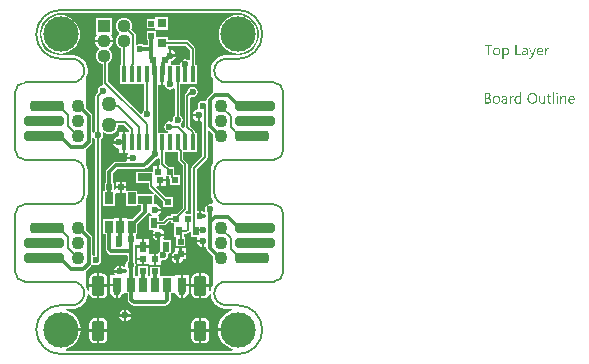
<source format=gtl>
G04*
G04 #@! TF.GenerationSoftware,Altium Limited,Altium Designer,21.3.1 (25)*
G04*
G04 Layer_Physical_Order=1*
G04 Layer_Color=255*
%FSAX25Y25*%
%MOIN*%
G70*
G04*
G04 #@! TF.SameCoordinates,F5ED4B0F-9D4D-4CB6-A318-13B1BB274F9C*
G04*
G04*
G04 #@! TF.FilePolarity,Positive*
G04*
G01*
G75*
%ADD10C,0.00591*%
%ADD11C,0.00787*%
%ADD14R,0.05118X0.02756*%
%ADD15R,0.02362X0.02165*%
%ADD16R,0.01968X0.02165*%
%ADD21R,0.02756X0.03937*%
%ADD22R,0.02362X0.03543*%
%ADD23R,0.01575X0.05315*%
%ADD24R,0.00787X0.01181*%
G04:AMPARAMS|DCode=25|XSize=35.43mil|YSize=135.83mil|CornerRadius=13.82mil|HoleSize=0mil|Usage=FLASHONLY|Rotation=90.000|XOffset=0mil|YOffset=0mil|HoleType=Round|Shape=RoundedRectangle|*
%AMROUNDEDRECTD25*
21,1,0.03543,0.10819,0,0,90.0*
21,1,0.00780,0.13583,0,0,90.0*
1,1,0.02764,0.05409,0.00390*
1,1,0.02764,0.05409,-0.00390*
1,1,0.02764,-0.05409,-0.00390*
1,1,0.02764,-0.05409,0.00390*
%
%ADD25ROUNDEDRECTD25*%
G04:AMPARAMS|DCode=26|XSize=35.43mil|YSize=116.14mil|CornerRadius=13.82mil|HoleSize=0mil|Usage=FLASHONLY|Rotation=90.000|XOffset=0mil|YOffset=0mil|HoleType=Round|Shape=RoundedRectangle|*
%AMROUNDEDRECTD26*
21,1,0.03543,0.08850,0,0,90.0*
21,1,0.00780,0.11614,0,0,90.0*
1,1,0.02764,0.04425,0.00390*
1,1,0.02764,0.04425,-0.00390*
1,1,0.02764,-0.04425,-0.00390*
1,1,0.02764,-0.04425,0.00390*
%
%ADD26ROUNDEDRECTD26*%
%ADD27R,0.02165X0.01968*%
%ADD28R,0.01968X0.02165*%
%ADD30R,0.02165X0.01968*%
%ADD51C,0.04331*%
%ADD53R,0.03150X0.03150*%
%ADD54R,0.03150X0.04724*%
%ADD55R,0.02992X0.04724*%
%ADD56R,0.02756X0.04724*%
%ADD57C,0.05000*%
%ADD58R,0.02362X0.03150*%
%ADD59C,0.01339*%
%ADD60C,0.01181*%
%ADD61C,0.04370*%
%ADD62R,0.04370X0.04370*%
G04:AMPARAMS|DCode=63|XSize=43.31mil|YSize=66.93mil|CornerRadius=10.83mil|HoleSize=0mil|Usage=FLASHONLY|Rotation=0.000|XOffset=0mil|YOffset=0mil|HoleType=Round|Shape=RoundedRectangle|*
%AMROUNDEDRECTD63*
21,1,0.04331,0.04528,0,0,0.0*
21,1,0.02165,0.06693,0,0,0.0*
1,1,0.02165,0.01083,-0.02264*
1,1,0.02165,-0.01083,-0.02264*
1,1,0.02165,-0.01083,0.02264*
1,1,0.02165,0.01083,0.02264*
%
%ADD63ROUNDEDRECTD63*%
%ADD64C,0.11811*%
%ADD65C,0.02362*%
G36*
X0119053Y0102170D02*
X0119097Y0102164D01*
X0119140Y0102158D01*
X0119251Y0102133D01*
X0119375Y0102096D01*
X0119499Y0102034D01*
X0119561Y0101997D01*
X0119623Y0101947D01*
X0119678Y0101898D01*
X0119734Y0101836D01*
X0119740Y0101830D01*
X0119747Y0101823D01*
X0119759Y0101799D01*
X0119778Y0101774D01*
X0119796Y0101743D01*
X0119821Y0101700D01*
X0119846Y0101650D01*
X0119870Y0101601D01*
X0119895Y0101539D01*
X0119920Y0101471D01*
X0119945Y0101396D01*
X0119963Y0101316D01*
X0119994Y0101136D01*
X0120007Y0101037D01*
Y0100932D01*
Y0100926D01*
Y0100907D01*
Y0100870D01*
X0120000Y0100827D01*
Y0100777D01*
X0119988Y0100715D01*
X0119982Y0100647D01*
X0119969Y0100573D01*
X0119932Y0100412D01*
X0119877Y0100245D01*
X0119840Y0100165D01*
X0119802Y0100084D01*
X0119753Y0100004D01*
X0119697Y0099929D01*
X0119691Y0099923D01*
X0119685Y0099911D01*
X0119666Y0099892D01*
X0119641Y0099874D01*
X0119610Y0099843D01*
X0119573Y0099812D01*
X0119530Y0099775D01*
X0119480Y0099744D01*
X0119425Y0099707D01*
X0119363Y0099669D01*
X0119214Y0099614D01*
X0119134Y0099589D01*
X0119053Y0099570D01*
X0118960Y0099558D01*
X0118861Y0099552D01*
X0118812D01*
X0118781Y0099558D01*
X0118738Y0099564D01*
X0118694Y0099576D01*
X0118583Y0099601D01*
X0118465Y0099651D01*
X0118397Y0099688D01*
X0118335Y0099725D01*
X0118273Y0099775D01*
X0118218Y0099830D01*
X0118156Y0099892D01*
X0118106Y0099967D01*
X0118094D01*
Y0098456D01*
X0117692D01*
Y0102121D01*
X0118094D01*
Y0101675D01*
X0118106D01*
X0118112Y0101681D01*
X0118119Y0101700D01*
X0118137Y0101725D01*
X0118162Y0101755D01*
X0118193Y0101793D01*
X0118230Y0101836D01*
X0118273Y0101879D01*
X0118329Y0101929D01*
X0118385Y0101972D01*
X0118447Y0102015D01*
X0118521Y0102059D01*
X0118595Y0102096D01*
X0118682Y0102133D01*
X0118775Y0102158D01*
X0118868Y0102170D01*
X0118973Y0102176D01*
X0119022D01*
X0119053Y0102170D01*
D02*
G37*
G36*
X0133167Y0102158D02*
X0133241Y0102152D01*
X0133284Y0102139D01*
X0133315Y0102127D01*
Y0101712D01*
X0133309Y0101718D01*
X0133297Y0101725D01*
X0133272Y0101737D01*
X0133241Y0101755D01*
X0133197Y0101768D01*
X0133142Y0101780D01*
X0133080Y0101786D01*
X0133012Y0101793D01*
X0132999D01*
X0132968Y0101786D01*
X0132919Y0101780D01*
X0132863Y0101762D01*
X0132789Y0101731D01*
X0132721Y0101687D01*
X0132647Y0101625D01*
X0132579Y0101545D01*
X0132572Y0101533D01*
X0132554Y0101502D01*
X0132523Y0101446D01*
X0132492Y0101372D01*
X0132461Y0101279D01*
X0132430Y0101161D01*
X0132411Y0101031D01*
X0132405Y0100883D01*
Y0099607D01*
X0132003D01*
Y0102121D01*
X0132405D01*
Y0101601D01*
X0132418D01*
Y0101607D01*
X0132424Y0101613D01*
X0132436Y0101644D01*
X0132455Y0101693D01*
X0132486Y0101755D01*
X0132517Y0101817D01*
X0132566Y0101885D01*
X0132616Y0101953D01*
X0132677Y0102015D01*
X0132684Y0102022D01*
X0132709Y0102040D01*
X0132746Y0102065D01*
X0132795Y0102090D01*
X0132851Y0102114D01*
X0132919Y0102139D01*
X0132993Y0102158D01*
X0133074Y0102164D01*
X0133129D01*
X0133167Y0102158D01*
D02*
G37*
G36*
X0127787Y0099205D02*
X0127781Y0099199D01*
X0127775Y0099174D01*
X0127757Y0099131D01*
X0127732Y0099081D01*
X0127701Y0099026D01*
X0127657Y0098958D01*
X0127614Y0098889D01*
X0127565Y0098815D01*
X0127503Y0098741D01*
X0127441Y0098673D01*
X0127366Y0098605D01*
X0127286Y0098549D01*
X0127206Y0098500D01*
X0127113Y0098456D01*
X0127020Y0098431D01*
X0126915Y0098425D01*
X0126859D01*
X0126822Y0098431D01*
X0126741Y0098444D01*
X0126655Y0098462D01*
Y0098821D01*
X0126661D01*
X0126679Y0098815D01*
X0126704Y0098809D01*
X0126735Y0098803D01*
X0126809Y0098784D01*
X0126890Y0098778D01*
X0126902D01*
X0126939Y0098784D01*
X0126995Y0098797D01*
X0127063Y0098821D01*
X0127137Y0098865D01*
X0127175Y0098896D01*
X0127212Y0098933D01*
X0127249Y0098970D01*
X0127286Y0099019D01*
X0127317Y0099075D01*
X0127348Y0099137D01*
X0127552Y0099607D01*
X0126568Y0102121D01*
X0127014D01*
X0127695Y0100183D01*
Y0100177D01*
X0127701Y0100165D01*
X0127707Y0100146D01*
X0127713Y0100121D01*
X0127719Y0100084D01*
X0127732Y0100047D01*
X0127744Y0099991D01*
X0127763D01*
Y0100004D01*
X0127775Y0100041D01*
X0127787Y0100096D01*
X0127812Y0100177D01*
X0128524Y0102121D01*
X0128939D01*
X0127787Y0099205D01*
D02*
G37*
G36*
X0029528Y0113544D02*
X0030213D01*
X0031557Y0113277D01*
X0032823Y0112752D01*
X0033963Y0111991D01*
X0034932Y0111022D01*
X0035693Y0109882D01*
X0036217Y0108616D01*
X0036485Y0107272D01*
Y0106587D01*
X0036485Y0106585D01*
X0036485Y0106584D01*
X0036486Y0105893D01*
X0036219Y0104550D01*
X0035695Y0103283D01*
X0034933Y0102143D01*
X0033964Y0101174D01*
X0032824Y0100412D01*
X0031558Y0099888D01*
X0030213Y0099620D01*
X0029528D01*
X0025591Y0099622D01*
X0025564Y0099617D01*
X0025537Y0099621D01*
X0025152Y0099604D01*
X0025062Y0099582D01*
X0024970D01*
X0024213Y0099432D01*
X0024103Y0099386D01*
X0023987Y0099363D01*
X0023274Y0099068D01*
X0023175Y0099002D01*
X0023066Y0098957D01*
X0022424Y0098528D01*
X0022340Y0098444D01*
X0022241Y0098378D01*
X0021696Y0097832D01*
X0021630Y0097734D01*
X0021546Y0097650D01*
X0021117Y0097008D01*
X0021072Y0096899D01*
X0021006Y0096800D01*
X0020710Y0096087D01*
X0020687Y0095970D01*
X0020642Y0095861D01*
X0020492Y0095104D01*
Y0095015D01*
X0020470Y0094928D01*
X0020451Y0094542D01*
X0020460Y0094483D01*
X0020451Y0094424D01*
X0020470Y0094038D01*
X0020492Y0093952D01*
Y0093862D01*
X0020642Y0093105D01*
X0020687Y0092996D01*
X0020710Y0092879D01*
X0021006Y0092166D01*
X0021072Y0092068D01*
X0021117Y0091958D01*
X0021190Y0091849D01*
X0021190Y0091847D01*
X0021121Y0091681D01*
X0021121Y0087133D01*
X0019403Y0085414D01*
X0019265Y0085208D01*
X0019146Y0085030D01*
X0019146Y0085030D01*
X0019146Y0085030D01*
X0019105Y0084822D01*
X0019056Y0084577D01*
Y0084463D01*
X0018615Y0084228D01*
X0018551Y0084271D01*
X0017898Y0084400D01*
X0017245Y0084271D01*
X0016691Y0083901D01*
X0016321Y0083347D01*
X0016192Y0082694D01*
X0016321Y0082042D01*
X0016051Y0081546D01*
X0015718Y0081480D01*
X0015067Y0081045D01*
X0014632Y0080394D01*
X0014558Y0080020D01*
X0016486D01*
Y0079626D01*
X0016880D01*
Y0077697D01*
X0017150Y0077751D01*
X0017650Y0077481D01*
Y0066171D01*
X0014302Y0062824D01*
X0014107Y0062531D01*
X0014038Y0062185D01*
Y0046752D01*
X0012123D01*
X0011932Y0047214D01*
X0012575Y0047857D01*
X0012576Y0047857D01*
X0012750Y0048118D01*
X0012811Y0048425D01*
X0012811Y0048425D01*
Y0063223D01*
X0012811Y0063223D01*
X0012750Y0063530D01*
X0012576Y0063791D01*
X0012575Y0063791D01*
X0011236Y0065131D01*
Y0067421D01*
X0015846D01*
Y0073721D01*
X0015323D01*
Y0074023D01*
X0015254Y0074369D01*
X0015058Y0074662D01*
X0013567Y0076153D01*
Y0085421D01*
X0013574Y0085435D01*
X0014037Y0085798D01*
X0014419Y0085722D01*
X0015072Y0085852D01*
X0015626Y0086222D01*
X0015995Y0086775D01*
X0016125Y0087428D01*
X0015995Y0088081D01*
X0015626Y0088634D01*
X0015072Y0089004D01*
X0014419Y0089134D01*
X0013766Y0089004D01*
X0013213Y0088634D01*
X0012843Y0088081D01*
X0012713Y0087428D01*
X0012714Y0087426D01*
X0012025Y0086737D01*
X0011829Y0086444D01*
X0011761Y0086099D01*
Y0075779D01*
X0011778Y0075691D01*
X0011317Y0075445D01*
X0010576Y0076187D01*
X0010639Y0076831D01*
X0010667Y0076849D01*
X0011037Y0077403D01*
X0011166Y0078056D01*
X0011037Y0078708D01*
X0010667Y0079262D01*
X0010358Y0079468D01*
Y0090059D01*
X0015846D01*
Y0096358D01*
X0015323D01*
Y0101772D01*
X0015254Y0102117D01*
X0015058Y0102410D01*
X0013089Y0104379D01*
X0012796Y0104575D01*
X0012451Y0104643D01*
X0006201D01*
Y0105807D01*
X0002264D01*
Y0107264D01*
X0002264Y0107669D01*
Y0107677D01*
X0002283Y0108165D01*
X0002556Y0108169D01*
X0002283Y0108169D01*
Y0108169D01*
X0002564Y0108169D01*
X0006201D01*
Y0112303D01*
X0002067D01*
Y0111614D01*
X-0000886D01*
Y0108661D01*
X0002029D01*
X0002067Y0108174D01*
X0002067Y0108169D01*
X0002029Y0107677D01*
X0001767Y0107677D01*
X0001764Y0107677D01*
X-0000886D01*
Y0104724D01*
X-0000495D01*
Y0102956D01*
X-0001830D01*
X-0001845Y0102978D01*
X-0002398Y0103348D01*
X-0003051Y0103478D01*
X-0003704Y0103348D01*
X-0003985Y0103160D01*
X-0004485Y0103427D01*
Y0105701D01*
X-0004491Y0105733D01*
Y0106457D01*
X-0004560Y0106802D01*
X-0004756Y0107095D01*
X-0006009Y0108348D01*
X-0005851Y0108730D01*
X-0005759Y0109429D01*
X-0005851Y0110128D01*
X-0006121Y0110779D01*
X-0006550Y0111338D01*
X-0007109Y0111768D01*
X-0007760Y0112037D01*
X-0008459Y0112129D01*
X-0009158Y0112037D01*
X-0009809Y0111768D01*
X-0010368Y0111338D01*
X-0010798Y0110779D01*
X-0011067Y0110128D01*
X-0011159Y0109429D01*
X-0011067Y0108730D01*
X-0010798Y0108079D01*
X-0010368Y0107520D01*
X-0009994Y0107232D01*
X-0009959Y0107145D01*
Y0106713D01*
X-0009994Y0106626D01*
X-0010368Y0106339D01*
X-0010798Y0105779D01*
X-0011067Y0105128D01*
X-0011159Y0104429D01*
X-0011067Y0103730D01*
X-0010798Y0103079D01*
X-0010368Y0102520D01*
X-0009809Y0102091D01*
X-0009368Y0101908D01*
Y0096358D01*
X-0009744D01*
Y0090059D01*
X-0001627D01*
Y0081430D01*
X-0001866Y0081270D01*
X-0002236Y0080716D01*
X-0002357Y0080109D01*
X-0002525Y0080004D01*
X-0002840Y0079885D01*
X-0013762Y0090807D01*
Y0097069D01*
X-0013709Y0097091D01*
X-0013150Y0097520D01*
X-0012721Y0098079D01*
X-0012451Y0098730D01*
X-0012359Y0099429D01*
X-0012451Y0100128D01*
X-0012721Y0100779D01*
X-0013150Y0101339D01*
X-0013271Y0101432D01*
X-0013266Y0102058D01*
X-0012939Y0102309D01*
X-0012463Y0102930D01*
X-0012163Y0103653D01*
X-0012113Y0104035D01*
X-0018005D01*
X-0017955Y0103653D01*
X-0017655Y0102930D01*
X-0017179Y0102309D01*
X-0016852Y0102058D01*
X-0016847Y0101432D01*
X-0016968Y0101339D01*
X-0017398Y0100779D01*
X-0017667Y0100128D01*
X-0017759Y0099429D01*
X-0017667Y0098730D01*
X-0017398Y0098079D01*
X-0016968Y0097520D01*
X-0016409Y0097091D01*
X-0015758Y0096821D01*
X-0015568Y0096796D01*
Y0090433D01*
X-0015500Y0090088D01*
X-0015445Y0090006D01*
X-0015459Y0089908D01*
X-0015678Y0089489D01*
X-0016167Y0089392D01*
X-0016721Y0089022D01*
X-0017090Y0088468D01*
X-0017220Y0087816D01*
X-0017111Y0087269D01*
X-0017710Y0086670D01*
X-0017905Y0086377D01*
X-0017974Y0086032D01*
Y0074409D01*
X-0018340Y0074164D01*
X-0018556Y0073842D01*
X-0019056Y0073993D01*
Y0079477D01*
X-0019056Y0079477D01*
X-0019056Y0079477D01*
X-0019090Y0079650D01*
X-0019146Y0079930D01*
X-0019146Y0079930D01*
X-0019146Y0079931D01*
X-0019290Y0080145D01*
X-0019403Y0080314D01*
X-0019403Y0080314D01*
X-0019403Y0080315D01*
X-0021121Y0082032D01*
X-0021121Y0091960D01*
X-0021117Y0091965D01*
X-0021072Y0092075D01*
X-0021006Y0092173D01*
X-0020711Y0092887D01*
X-0020687Y0093003D01*
X-0020642Y0093112D01*
X-0020492Y0093869D01*
Y0093959D01*
X-0020470Y0094045D01*
X-0020451Y0094431D01*
X-0020460Y0094490D01*
X-0020451Y0094549D01*
X-0020470Y0094935D01*
X-0020492Y0095022D01*
Y0095111D01*
X-0020642Y0095868D01*
X-0020687Y0095977D01*
X-0020711Y0096094D01*
X-0021006Y0096807D01*
X-0021072Y0096905D01*
X-0021117Y0097015D01*
X-0021546Y0097657D01*
X-0021630Y0097741D01*
X-0021696Y0097839D01*
X-0022242Y0098385D01*
X-0022340Y0098451D01*
X-0022424Y0098535D01*
X-0023066Y0098963D01*
X-0023175Y0099009D01*
X-0023274Y0099075D01*
X-0023987Y0099370D01*
X-0024103Y0099393D01*
X-0024213Y0099439D01*
X-0024970Y0099589D01*
X-0025059D01*
X-0025146Y0099611D01*
X-0025532Y0099630D01*
X-0025561Y0099625D01*
X-0025591Y0099631D01*
X-0029528Y0099629D01*
X-0029529Y0099629D01*
X-0029531Y0099629D01*
X-0030215Y0099628D01*
X-0031558Y0099895D01*
X-0032824Y0100419D01*
X-0033964Y0101181D01*
X-0034933Y0102150D01*
X-0035695Y0103290D01*
X-0036219Y0104557D01*
X-0036487Y0105901D01*
Y0107272D01*
X-0036219Y0108616D01*
X-0035695Y0109883D01*
X-0034933Y0111023D01*
X-0033964Y0111992D01*
X-0032824Y0112754D01*
X-0031558Y0113278D01*
X-0030213Y0113546D01*
X-0029528D01*
X0029528Y0113544D01*
D02*
G37*
G36*
X0125380Y0102170D02*
X0125435Y0102164D01*
X0125503Y0102145D01*
X0125578Y0102127D01*
X0125658Y0102096D01*
X0125745Y0102059D01*
X0125825Y0102009D01*
X0125906Y0101947D01*
X0125980Y0101873D01*
X0126048Y0101780D01*
X0126104Y0101675D01*
X0126147Y0101551D01*
X0126172Y0101409D01*
X0126184Y0101242D01*
Y0099607D01*
X0125782D01*
Y0099998D01*
X0125769D01*
Y0099991D01*
X0125757Y0099979D01*
X0125745Y0099954D01*
X0125720Y0099929D01*
X0125658Y0099855D01*
X0125578Y0099775D01*
X0125466Y0099694D01*
X0125336Y0099620D01*
X0125256Y0099595D01*
X0125175Y0099570D01*
X0125089Y0099558D01*
X0124996Y0099552D01*
X0124959D01*
X0124934Y0099558D01*
X0124866Y0099564D01*
X0124785Y0099576D01*
X0124686Y0099601D01*
X0124593Y0099632D01*
X0124494Y0099682D01*
X0124408Y0099744D01*
X0124401Y0099756D01*
X0124377Y0099781D01*
X0124340Y0099824D01*
X0124302Y0099886D01*
X0124265Y0099960D01*
X0124228Y0100047D01*
X0124203Y0100152D01*
X0124197Y0100270D01*
Y0100276D01*
Y0100301D01*
X0124203Y0100338D01*
X0124210Y0100381D01*
X0124222Y0100437D01*
X0124241Y0100499D01*
X0124265Y0100567D01*
X0124302Y0100635D01*
X0124346Y0100709D01*
X0124401Y0100784D01*
X0124470Y0100852D01*
X0124550Y0100914D01*
X0124643Y0100976D01*
X0124754Y0101025D01*
X0124878Y0101062D01*
X0125027Y0101093D01*
X0125782Y0101198D01*
Y0101205D01*
Y0101223D01*
X0125776Y0101260D01*
Y0101297D01*
X0125763Y0101347D01*
X0125757Y0101403D01*
X0125720Y0101520D01*
X0125689Y0101576D01*
X0125658Y0101632D01*
X0125615Y0101687D01*
X0125565Y0101737D01*
X0125503Y0101780D01*
X0125435Y0101811D01*
X0125355Y0101830D01*
X0125262Y0101836D01*
X0125219D01*
X0125188Y0101830D01*
X0125144D01*
X0125101Y0101817D01*
X0124989Y0101799D01*
X0124866Y0101762D01*
X0124730Y0101706D01*
X0124655Y0101669D01*
X0124587Y0101632D01*
X0124513Y0101582D01*
X0124445Y0101526D01*
Y0101941D01*
X0124451D01*
X0124463Y0101953D01*
X0124482Y0101966D01*
X0124513Y0101978D01*
X0124544Y0101997D01*
X0124587Y0102015D01*
X0124637Y0102034D01*
X0124692Y0102059D01*
X0124816Y0102102D01*
X0124965Y0102139D01*
X0125126Y0102164D01*
X0125299Y0102176D01*
X0125336D01*
X0125380Y0102170D01*
D02*
G37*
G36*
X0122489Y0099979D02*
X0123900D01*
Y0099607D01*
X0122074D01*
Y0103123D01*
X0122489D01*
Y0099979D01*
D02*
G37*
G36*
X0114250Y0102752D02*
X0113235D01*
Y0099607D01*
X0112826D01*
Y0102752D01*
X0111811D01*
Y0103123D01*
X0114250D01*
Y0102752D01*
D02*
G37*
G36*
X0130443Y0102170D02*
X0130486Y0102164D01*
X0130530Y0102158D01*
X0130641Y0102139D01*
X0130765Y0102096D01*
X0130889Y0102040D01*
X0130950Y0102003D01*
X0131012Y0101960D01*
X0131068Y0101910D01*
X0131124Y0101855D01*
X0131130Y0101848D01*
X0131136Y0101842D01*
X0131149Y0101823D01*
X0131167Y0101799D01*
X0131186Y0101762D01*
X0131210Y0101725D01*
X0131235Y0101681D01*
X0131260Y0101625D01*
X0131285Y0101564D01*
X0131309Y0101502D01*
X0131334Y0101427D01*
X0131353Y0101347D01*
X0131371Y0101260D01*
X0131384Y0101174D01*
X0131396Y0101075D01*
Y0100969D01*
Y0100759D01*
X0129620D01*
Y0100753D01*
Y0100740D01*
Y0100722D01*
X0129626Y0100691D01*
X0129632Y0100654D01*
Y0100617D01*
X0129651Y0100517D01*
X0129682Y0100418D01*
X0129719Y0100307D01*
X0129774Y0100202D01*
X0129842Y0100109D01*
X0129855Y0100096D01*
X0129880Y0100072D01*
X0129929Y0100041D01*
X0129997Y0099998D01*
X0130084Y0099954D01*
X0130183Y0099923D01*
X0130300Y0099898D01*
X0130437Y0099886D01*
X0130480D01*
X0130511Y0099892D01*
X0130548D01*
X0130591Y0099898D01*
X0130697Y0099923D01*
X0130814Y0099954D01*
X0130944Y0100004D01*
X0131080Y0100072D01*
X0131149Y0100115D01*
X0131217Y0100165D01*
Y0099787D01*
X0131210D01*
X0131204Y0099775D01*
X0131186Y0099768D01*
X0131155Y0099750D01*
X0131124Y0099731D01*
X0131087Y0099713D01*
X0131037Y0099694D01*
X0130988Y0099669D01*
X0130926Y0099645D01*
X0130858Y0099626D01*
X0130709Y0099589D01*
X0130536Y0099564D01*
X0130344Y0099552D01*
X0130294D01*
X0130257Y0099558D01*
X0130214Y0099564D01*
X0130158Y0099570D01*
X0130041Y0099595D01*
X0129904Y0099632D01*
X0129768Y0099694D01*
X0129700Y0099738D01*
X0129632Y0099781D01*
X0129570Y0099830D01*
X0129508Y0099892D01*
X0129502Y0099898D01*
X0129496Y0099911D01*
X0129483Y0099929D01*
X0129459Y0099954D01*
X0129440Y0099991D01*
X0129415Y0100035D01*
X0129384Y0100084D01*
X0129360Y0100140D01*
X0129329Y0100202D01*
X0129304Y0100276D01*
X0129273Y0100356D01*
X0129254Y0100443D01*
X0129236Y0100536D01*
X0129217Y0100635D01*
X0129211Y0100740D01*
X0129205Y0100852D01*
Y0100858D01*
Y0100876D01*
Y0100907D01*
X0129211Y0100951D01*
X0129217Y0101000D01*
X0129224Y0101056D01*
X0129230Y0101124D01*
X0129248Y0101192D01*
X0129285Y0101341D01*
X0129341Y0101502D01*
X0129378Y0101582D01*
X0129428Y0101656D01*
X0129477Y0101737D01*
X0129533Y0101805D01*
X0129539Y0101811D01*
X0129552Y0101823D01*
X0129570Y0101842D01*
X0129595Y0101861D01*
X0129626Y0101892D01*
X0129663Y0101923D01*
X0129712Y0101953D01*
X0129762Y0101991D01*
X0129880Y0102059D01*
X0130022Y0102121D01*
X0130103Y0102139D01*
X0130183Y0102158D01*
X0130270Y0102170D01*
X0130362Y0102176D01*
X0130412D01*
X0130443Y0102170D01*
D02*
G37*
G36*
X0115952D02*
X0115996Y0102164D01*
X0116051Y0102158D01*
X0116175Y0102133D01*
X0116317Y0102090D01*
X0116460Y0102028D01*
X0116534Y0101991D01*
X0116602Y0101947D01*
X0116670Y0101892D01*
X0116732Y0101830D01*
X0116738Y0101823D01*
X0116744Y0101811D01*
X0116763Y0101793D01*
X0116782Y0101768D01*
X0116806Y0101731D01*
X0116831Y0101687D01*
X0116862Y0101638D01*
X0116893Y0101582D01*
X0116918Y0101514D01*
X0116949Y0101446D01*
X0116973Y0101365D01*
X0116998Y0101279D01*
X0117017Y0101186D01*
X0117035Y0101087D01*
X0117042Y0100982D01*
X0117048Y0100870D01*
Y0100864D01*
Y0100846D01*
Y0100814D01*
X0117042Y0100771D01*
X0117035Y0100722D01*
X0117029Y0100660D01*
X0117017Y0100598D01*
X0117004Y0100524D01*
X0116967Y0100375D01*
X0116905Y0100214D01*
X0116868Y0100134D01*
X0116819Y0100053D01*
X0116769Y0099979D01*
X0116707Y0099911D01*
X0116701Y0099905D01*
X0116689Y0099898D01*
X0116670Y0099880D01*
X0116645Y0099855D01*
X0116608Y0099830D01*
X0116571Y0099799D01*
X0116522Y0099762D01*
X0116466Y0099731D01*
X0116404Y0099700D01*
X0116336Y0099663D01*
X0116262Y0099632D01*
X0116181Y0099607D01*
X0116095Y0099583D01*
X0116002Y0099570D01*
X0115903Y0099558D01*
X0115797Y0099552D01*
X0115742D01*
X0115705Y0099558D01*
X0115661Y0099564D01*
X0115605Y0099570D01*
X0115544Y0099583D01*
X0115475Y0099595D01*
X0115333Y0099638D01*
X0115185Y0099700D01*
X0115110Y0099738D01*
X0115042Y0099787D01*
X0114974Y0099836D01*
X0114906Y0099898D01*
X0114900Y0099905D01*
X0114894Y0099917D01*
X0114875Y0099936D01*
X0114857Y0099960D01*
X0114832Y0099998D01*
X0114801Y0100041D01*
X0114770Y0100090D01*
X0114745Y0100146D01*
X0114714Y0100214D01*
X0114683Y0100282D01*
X0114652Y0100356D01*
X0114628Y0100443D01*
X0114590Y0100629D01*
X0114584Y0100728D01*
X0114578Y0100833D01*
Y0100839D01*
Y0100864D01*
Y0100895D01*
X0114584Y0100938D01*
X0114590Y0100988D01*
X0114596Y0101050D01*
X0114609Y0101118D01*
X0114621Y0101192D01*
X0114658Y0101353D01*
X0114720Y0101514D01*
X0114764Y0101594D01*
X0114807Y0101675D01*
X0114857Y0101749D01*
X0114918Y0101817D01*
X0114925Y0101823D01*
X0114937Y0101836D01*
X0114955Y0101848D01*
X0114980Y0101873D01*
X0115017Y0101898D01*
X0115061Y0101929D01*
X0115110Y0101966D01*
X0115166Y0101997D01*
X0115228Y0102028D01*
X0115302Y0102065D01*
X0115376Y0102096D01*
X0115463Y0102121D01*
X0115550Y0102145D01*
X0115649Y0102164D01*
X0115754Y0102170D01*
X0115859Y0102176D01*
X0115915D01*
X0115952Y0102170D01*
D02*
G37*
G36*
X0013516Y0101398D02*
Y0098141D01*
X0013016Y0097894D01*
X0012661Y0098131D01*
X0012008Y0098261D01*
X0011355Y0098131D01*
X0010802Y0097761D01*
X0010432Y0097208D01*
X0010302Y0096555D01*
X0010140Y0096358D01*
X0007087D01*
Y0097553D01*
X0007653Y0097666D01*
X0008304Y0098101D01*
X0008739Y0098752D01*
X0008814Y0099126D01*
X0006885D01*
Y0099520D01*
X0006491D01*
Y0101604D01*
X0006201Y0101901D01*
Y0102837D01*
X0012077D01*
X0013516Y0101398D01*
D02*
G37*
G36*
X0136020Y0087185D02*
X0136045D01*
X0136101Y0087160D01*
X0136132Y0087141D01*
X0136162Y0087117D01*
X0136169Y0087111D01*
X0136175Y0087104D01*
X0136206Y0087067D01*
X0136231Y0087005D01*
X0136237Y0086968D01*
X0136243Y0086931D01*
Y0086925D01*
Y0086912D01*
X0136237Y0086894D01*
X0136231Y0086869D01*
X0136212Y0086807D01*
X0136187Y0086776D01*
X0136162Y0086745D01*
X0136156D01*
X0136150Y0086733D01*
X0136113Y0086708D01*
X0136057Y0086683D01*
X0136020Y0086677D01*
X0135983Y0086671D01*
X0135964D01*
X0135946Y0086677D01*
X0135921D01*
X0135859Y0086702D01*
X0135828Y0086714D01*
X0135797Y0086739D01*
Y0086745D01*
X0135785Y0086752D01*
X0135773Y0086770D01*
X0135760Y0086789D01*
X0135735Y0086851D01*
X0135729Y0086888D01*
X0135723Y0086931D01*
Y0086937D01*
Y0086949D01*
X0135729Y0086968D01*
X0135735Y0086999D01*
X0135754Y0087055D01*
X0135773Y0087086D01*
X0135797Y0087117D01*
X0135803Y0087123D01*
X0135810Y0087129D01*
X0135847Y0087154D01*
X0135909Y0087179D01*
X0135946Y0087191D01*
X0136002D01*
X0136020Y0087185D01*
D02*
G37*
G36*
X0124030Y0083520D02*
X0123628D01*
Y0083941D01*
X0123615D01*
Y0083935D01*
X0123603Y0083923D01*
X0123584Y0083898D01*
X0123566Y0083867D01*
X0123535Y0083830D01*
X0123498Y0083793D01*
X0123454Y0083749D01*
X0123405Y0083706D01*
X0123349Y0083657D01*
X0123281Y0083613D01*
X0123213Y0083576D01*
X0123133Y0083539D01*
X0123052Y0083508D01*
X0122959Y0083483D01*
X0122860Y0083471D01*
X0122755Y0083465D01*
X0122712D01*
X0122675Y0083471D01*
X0122637Y0083477D01*
X0122588Y0083483D01*
X0122483Y0083508D01*
X0122359Y0083545D01*
X0122235Y0083607D01*
X0122167Y0083644D01*
X0122111Y0083687D01*
X0122049Y0083743D01*
X0121994Y0083799D01*
Y0083805D01*
X0121981Y0083817D01*
X0121969Y0083836D01*
X0121950Y0083861D01*
X0121932Y0083892D01*
X0121907Y0083935D01*
X0121882Y0083985D01*
X0121857Y0084040D01*
X0121826Y0084102D01*
X0121802Y0084170D01*
X0121777Y0084245D01*
X0121758Y0084325D01*
X0121740Y0084412D01*
X0121727Y0084511D01*
X0121721Y0084610D01*
X0121715Y0084715D01*
Y0084721D01*
Y0084740D01*
Y0084777D01*
X0121721Y0084820D01*
X0121727Y0084870D01*
X0121734Y0084932D01*
X0121740Y0085000D01*
X0121752Y0085074D01*
X0121789Y0085235D01*
X0121845Y0085402D01*
X0121882Y0085483D01*
X0121925Y0085563D01*
X0121969Y0085637D01*
X0122025Y0085711D01*
X0122031Y0085718D01*
X0122037Y0085730D01*
X0122055Y0085749D01*
X0122080Y0085773D01*
X0122111Y0085798D01*
X0122154Y0085829D01*
X0122198Y0085866D01*
X0122247Y0085903D01*
X0122371Y0085971D01*
X0122513Y0086033D01*
X0122594Y0086052D01*
X0122681Y0086071D01*
X0122767Y0086083D01*
X0122866Y0086089D01*
X0122916D01*
X0122953Y0086083D01*
X0122990Y0086077D01*
X0123040Y0086071D01*
X0123151Y0086040D01*
X0123275Y0085990D01*
X0123337Y0085959D01*
X0123399Y0085916D01*
X0123461Y0085873D01*
X0123516Y0085817D01*
X0123566Y0085755D01*
X0123615Y0085681D01*
X0123628D01*
Y0087240D01*
X0124030D01*
Y0083520D01*
D02*
G37*
G36*
X0138298Y0086083D02*
X0138372Y0086077D01*
X0138465Y0086058D01*
X0138564Y0086027D01*
X0138669Y0085978D01*
X0138775Y0085910D01*
X0138818Y0085873D01*
X0138861Y0085823D01*
X0138874Y0085811D01*
X0138899Y0085773D01*
X0138929Y0085711D01*
X0138973Y0085625D01*
X0139010Y0085520D01*
X0139047Y0085390D01*
X0139072Y0085235D01*
X0139078Y0085055D01*
Y0083520D01*
X0138676D01*
Y0084950D01*
Y0084956D01*
Y0084987D01*
X0138669Y0085024D01*
Y0085074D01*
X0138657Y0085136D01*
X0138645Y0085204D01*
X0138626Y0085278D01*
X0138601Y0085352D01*
X0138570Y0085427D01*
X0138533Y0085495D01*
X0138484Y0085563D01*
X0138428Y0085625D01*
X0138366Y0085674D01*
X0138286Y0085711D01*
X0138199Y0085742D01*
X0138094Y0085749D01*
X0138081D01*
X0138044Y0085742D01*
X0137988Y0085736D01*
X0137920Y0085718D01*
X0137840Y0085693D01*
X0137753Y0085650D01*
X0137673Y0085594D01*
X0137592Y0085520D01*
X0137586Y0085507D01*
X0137561Y0085483D01*
X0137531Y0085433D01*
X0137493Y0085365D01*
X0137456Y0085284D01*
X0137425Y0085185D01*
X0137400Y0085074D01*
X0137394Y0084950D01*
Y0083520D01*
X0136992D01*
Y0086033D01*
X0137394D01*
Y0085612D01*
X0137407D01*
X0137413Y0085619D01*
X0137419Y0085631D01*
X0137438Y0085656D01*
X0137462Y0085687D01*
X0137487Y0085724D01*
X0137524Y0085761D01*
X0137568Y0085804D01*
X0137617Y0085854D01*
X0137673Y0085897D01*
X0137735Y0085941D01*
X0137803Y0085978D01*
X0137877Y0086015D01*
X0137951Y0086046D01*
X0138038Y0086071D01*
X0138131Y0086083D01*
X0138230Y0086089D01*
X0138267D01*
X0138298Y0086083D01*
D02*
G37*
G36*
X0121300Y0086071D02*
X0121375Y0086064D01*
X0121418Y0086052D01*
X0121449Y0086040D01*
Y0085625D01*
X0121443Y0085631D01*
X0121430Y0085637D01*
X0121405Y0085650D01*
X0121375Y0085668D01*
X0121331Y0085681D01*
X0121275Y0085693D01*
X0121214Y0085699D01*
X0121145Y0085705D01*
X0121133D01*
X0121102Y0085699D01*
X0121053Y0085693D01*
X0120997Y0085674D01*
X0120923Y0085644D01*
X0120855Y0085600D01*
X0120780Y0085538D01*
X0120712Y0085458D01*
X0120706Y0085445D01*
X0120687Y0085414D01*
X0120657Y0085359D01*
X0120626Y0085284D01*
X0120595Y0085192D01*
X0120564Y0085074D01*
X0120545Y0084944D01*
X0120539Y0084795D01*
Y0083520D01*
X0120137D01*
Y0086033D01*
X0120539D01*
Y0085514D01*
X0120551D01*
Y0085520D01*
X0120557Y0085526D01*
X0120570Y0085557D01*
X0120588Y0085606D01*
X0120619Y0085668D01*
X0120650Y0085730D01*
X0120700Y0085798D01*
X0120749Y0085866D01*
X0120811Y0085928D01*
X0120817Y0085934D01*
X0120842Y0085953D01*
X0120879Y0085978D01*
X0120929Y0086002D01*
X0120985Y0086027D01*
X0121053Y0086052D01*
X0121127Y0086071D01*
X0121207Y0086077D01*
X0121263D01*
X0121300Y0086071D01*
D02*
G37*
G36*
X0132040Y0083520D02*
X0131638D01*
Y0083916D01*
X0131625D01*
Y0083910D01*
X0131613Y0083898D01*
X0131600Y0083873D01*
X0131576Y0083848D01*
X0131520Y0083774D01*
X0131433Y0083694D01*
X0131384Y0083650D01*
X0131328Y0083607D01*
X0131266Y0083570D01*
X0131192Y0083533D01*
X0131118Y0083508D01*
X0131037Y0083483D01*
X0130944Y0083471D01*
X0130851Y0083465D01*
X0130814D01*
X0130771Y0083471D01*
X0130709Y0083483D01*
X0130641Y0083495D01*
X0130567Y0083520D01*
X0130486Y0083551D01*
X0130406Y0083601D01*
X0130319Y0083657D01*
X0130239Y0083725D01*
X0130164Y0083811D01*
X0130096Y0083916D01*
X0130034Y0084034D01*
X0129991Y0084176D01*
X0129966Y0084344D01*
X0129954Y0084430D01*
Y0084529D01*
Y0086033D01*
X0130350D01*
Y0084591D01*
Y0084585D01*
Y0084560D01*
X0130356Y0084517D01*
X0130362Y0084467D01*
X0130369Y0084405D01*
X0130381Y0084344D01*
X0130400Y0084269D01*
X0130424Y0084195D01*
X0130462Y0084121D01*
X0130499Y0084053D01*
X0130548Y0083985D01*
X0130610Y0083923D01*
X0130678Y0083873D01*
X0130759Y0083836D01*
X0130858Y0083805D01*
X0130963Y0083799D01*
X0130975D01*
X0131012Y0083805D01*
X0131068Y0083811D01*
X0131130Y0083824D01*
X0131210Y0083855D01*
X0131291Y0083892D01*
X0131371Y0083941D01*
X0131446Y0084016D01*
X0131452Y0084028D01*
X0131477Y0084053D01*
X0131508Y0084102D01*
X0131545Y0084170D01*
X0131576Y0084251D01*
X0131607Y0084350D01*
X0131631Y0084461D01*
X0131638Y0084585D01*
Y0086033D01*
X0132040D01*
Y0083520D01*
D02*
G37*
G36*
X0136175D02*
X0135773D01*
Y0086033D01*
X0136175D01*
Y0083520D01*
D02*
G37*
G36*
X0134955D02*
X0134553D01*
Y0087240D01*
X0134955D01*
Y0083520D01*
D02*
G37*
G36*
X0118577Y0086083D02*
X0118632Y0086077D01*
X0118701Y0086058D01*
X0118775Y0086040D01*
X0118855Y0086009D01*
X0118942Y0085971D01*
X0119022Y0085922D01*
X0119103Y0085860D01*
X0119177Y0085786D01*
X0119245Y0085693D01*
X0119301Y0085588D01*
X0119344Y0085464D01*
X0119369Y0085322D01*
X0119381Y0085154D01*
Y0083520D01*
X0118979D01*
Y0083910D01*
X0118967D01*
Y0083904D01*
X0118954Y0083892D01*
X0118942Y0083867D01*
X0118917Y0083842D01*
X0118855Y0083768D01*
X0118775Y0083687D01*
X0118663Y0083607D01*
X0118533Y0083533D01*
X0118453Y0083508D01*
X0118372Y0083483D01*
X0118286Y0083471D01*
X0118193Y0083465D01*
X0118156D01*
X0118131Y0083471D01*
X0118063Y0083477D01*
X0117982Y0083489D01*
X0117883Y0083514D01*
X0117791Y0083545D01*
X0117692Y0083595D01*
X0117605Y0083657D01*
X0117599Y0083669D01*
X0117574Y0083694D01*
X0117537Y0083737D01*
X0117500Y0083799D01*
X0117463Y0083873D01*
X0117425Y0083960D01*
X0117401Y0084065D01*
X0117394Y0084183D01*
Y0084189D01*
Y0084214D01*
X0117401Y0084251D01*
X0117407Y0084294D01*
X0117419Y0084350D01*
X0117438Y0084412D01*
X0117463Y0084480D01*
X0117500Y0084548D01*
X0117543Y0084622D01*
X0117599Y0084696D01*
X0117667Y0084764D01*
X0117747Y0084826D01*
X0117840Y0084888D01*
X0117952Y0084938D01*
X0118075Y0084975D01*
X0118224Y0085006D01*
X0118979Y0085111D01*
Y0085117D01*
Y0085136D01*
X0118973Y0085173D01*
Y0085210D01*
X0118960Y0085260D01*
X0118954Y0085315D01*
X0118917Y0085433D01*
X0118886Y0085489D01*
X0118855Y0085544D01*
X0118812Y0085600D01*
X0118762Y0085650D01*
X0118701Y0085693D01*
X0118632Y0085724D01*
X0118552Y0085742D01*
X0118459Y0085749D01*
X0118416D01*
X0118385Y0085742D01*
X0118342D01*
X0118298Y0085730D01*
X0118187Y0085711D01*
X0118063Y0085674D01*
X0117927Y0085619D01*
X0117852Y0085582D01*
X0117784Y0085544D01*
X0117710Y0085495D01*
X0117642Y0085439D01*
Y0085854D01*
X0117648D01*
X0117661Y0085866D01*
X0117679Y0085879D01*
X0117710Y0085891D01*
X0117741Y0085910D01*
X0117784Y0085928D01*
X0117834Y0085947D01*
X0117890Y0085971D01*
X0118013Y0086015D01*
X0118162Y0086052D01*
X0118323Y0086077D01*
X0118496Y0086089D01*
X0118533D01*
X0118577Y0086083D01*
D02*
G37*
G36*
X0112888Y0087030D02*
X0112931D01*
X0112975Y0087024D01*
X0113074Y0087011D01*
X0113191Y0086980D01*
X0113315Y0086943D01*
X0113433Y0086888D01*
X0113538Y0086813D01*
X0113544D01*
X0113550Y0086801D01*
X0113581Y0086776D01*
X0113625Y0086727D01*
X0113674Y0086659D01*
X0113717Y0086572D01*
X0113761Y0086473D01*
X0113792Y0086361D01*
X0113804Y0086300D01*
Y0086231D01*
Y0086225D01*
Y0086219D01*
Y0086182D01*
X0113798Y0086126D01*
X0113786Y0086058D01*
X0113767Y0085971D01*
X0113736Y0085885D01*
X0113699Y0085798D01*
X0113643Y0085711D01*
X0113637Y0085699D01*
X0113612Y0085674D01*
X0113575Y0085637D01*
X0113526Y0085588D01*
X0113464Y0085538D01*
X0113390Y0085483D01*
X0113297Y0085439D01*
X0113198Y0085396D01*
Y0085390D01*
X0113216D01*
X0113235Y0085383D01*
X0113253Y0085377D01*
X0113321Y0085365D01*
X0113402Y0085340D01*
X0113488Y0085303D01*
X0113581Y0085260D01*
X0113674Y0085198D01*
X0113761Y0085117D01*
X0113773Y0085105D01*
X0113798Y0085074D01*
X0113829Y0085031D01*
X0113872Y0084963D01*
X0113909Y0084876D01*
X0113947Y0084777D01*
X0113971Y0084659D01*
X0113978Y0084529D01*
Y0084523D01*
Y0084511D01*
Y0084486D01*
X0113971Y0084455D01*
X0113965Y0084418D01*
X0113959Y0084374D01*
X0113934Y0084269D01*
X0113897Y0084152D01*
X0113841Y0084028D01*
X0113804Y0083972D01*
X0113761Y0083910D01*
X0113705Y0083855D01*
X0113649Y0083799D01*
X0113643D01*
X0113637Y0083786D01*
X0113619Y0083774D01*
X0113594Y0083755D01*
X0113563Y0083737D01*
X0113520Y0083712D01*
X0113427Y0083663D01*
X0113309Y0083607D01*
X0113173Y0083564D01*
X0113012Y0083533D01*
X0112931Y0083526D01*
X0112839Y0083520D01*
X0111811D01*
Y0087036D01*
X0112857D01*
X0112888Y0087030D01*
D02*
G37*
G36*
X0133383Y0086033D02*
X0134021D01*
Y0085687D01*
X0133383D01*
Y0084269D01*
Y0084257D01*
Y0084226D01*
X0133389Y0084183D01*
X0133396Y0084127D01*
X0133420Y0084009D01*
X0133439Y0083954D01*
X0133470Y0083910D01*
X0133476Y0083904D01*
X0133488Y0083892D01*
X0133507Y0083879D01*
X0133538Y0083861D01*
X0133575Y0083836D01*
X0133625Y0083824D01*
X0133686Y0083811D01*
X0133755Y0083805D01*
X0133779D01*
X0133810Y0083811D01*
X0133847Y0083817D01*
X0133934Y0083842D01*
X0133977Y0083861D01*
X0134021Y0083886D01*
Y0083539D01*
X0134015D01*
X0133996Y0083526D01*
X0133965Y0083520D01*
X0133922Y0083508D01*
X0133866Y0083495D01*
X0133804Y0083483D01*
X0133730Y0083477D01*
X0133643Y0083471D01*
X0133612D01*
X0133581Y0083477D01*
X0133538Y0083483D01*
X0133488Y0083495D01*
X0133433Y0083508D01*
X0133377Y0083533D01*
X0133315Y0083564D01*
X0133253Y0083601D01*
X0133191Y0083650D01*
X0133136Y0083706D01*
X0133086Y0083780D01*
X0133043Y0083861D01*
X0133012Y0083960D01*
X0132987Y0084071D01*
X0132981Y0084201D01*
Y0085687D01*
X0132554D01*
Y0086033D01*
X0132981D01*
Y0086646D01*
X0133383Y0086776D01*
Y0086033D01*
D02*
G37*
G36*
X0140910Y0086083D02*
X0140954Y0086077D01*
X0140997Y0086071D01*
X0141108Y0086052D01*
X0141232Y0086009D01*
X0141356Y0085953D01*
X0141418Y0085916D01*
X0141480Y0085873D01*
X0141535Y0085823D01*
X0141591Y0085767D01*
X0141597Y0085761D01*
X0141604Y0085755D01*
X0141616Y0085736D01*
X0141634Y0085711D01*
X0141653Y0085674D01*
X0141678Y0085637D01*
X0141702Y0085594D01*
X0141727Y0085538D01*
X0141752Y0085476D01*
X0141777Y0085414D01*
X0141802Y0085340D01*
X0141820Y0085260D01*
X0141839Y0085173D01*
X0141851Y0085086D01*
X0141864Y0084987D01*
Y0084882D01*
Y0084672D01*
X0140087D01*
Y0084665D01*
Y0084653D01*
Y0084635D01*
X0140093Y0084604D01*
X0140099Y0084566D01*
Y0084529D01*
X0140118Y0084430D01*
X0140149Y0084331D01*
X0140186Y0084220D01*
X0140242Y0084114D01*
X0140310Y0084022D01*
X0140322Y0084009D01*
X0140347Y0083985D01*
X0140396Y0083954D01*
X0140464Y0083910D01*
X0140551Y0083867D01*
X0140650Y0083836D01*
X0140768Y0083811D01*
X0140904Y0083799D01*
X0140947D01*
X0140978Y0083805D01*
X0141015D01*
X0141059Y0083811D01*
X0141164Y0083836D01*
X0141282Y0083867D01*
X0141412Y0083916D01*
X0141548Y0083985D01*
X0141616Y0084028D01*
X0141684Y0084077D01*
Y0083700D01*
X0141678D01*
X0141672Y0083687D01*
X0141653Y0083681D01*
X0141622Y0083663D01*
X0141591Y0083644D01*
X0141554Y0083626D01*
X0141504Y0083607D01*
X0141455Y0083582D01*
X0141393Y0083557D01*
X0141325Y0083539D01*
X0141176Y0083502D01*
X0141003Y0083477D01*
X0140811Y0083465D01*
X0140762D01*
X0140725Y0083471D01*
X0140681Y0083477D01*
X0140626Y0083483D01*
X0140508Y0083508D01*
X0140372Y0083545D01*
X0140235Y0083607D01*
X0140167Y0083650D01*
X0140099Y0083694D01*
X0140037Y0083743D01*
X0139976Y0083805D01*
X0139969Y0083811D01*
X0139963Y0083824D01*
X0139951Y0083842D01*
X0139926Y0083867D01*
X0139907Y0083904D01*
X0139883Y0083947D01*
X0139852Y0083997D01*
X0139827Y0084053D01*
X0139796Y0084114D01*
X0139771Y0084189D01*
X0139740Y0084269D01*
X0139722Y0084356D01*
X0139703Y0084449D01*
X0139685Y0084548D01*
X0139678Y0084653D01*
X0139672Y0084764D01*
Y0084771D01*
Y0084789D01*
Y0084820D01*
X0139678Y0084864D01*
X0139685Y0084913D01*
X0139691Y0084969D01*
X0139697Y0085037D01*
X0139716Y0085105D01*
X0139753Y0085254D01*
X0139808Y0085414D01*
X0139846Y0085495D01*
X0139895Y0085569D01*
X0139945Y0085650D01*
X0140000Y0085718D01*
X0140006Y0085724D01*
X0140019Y0085736D01*
X0140037Y0085755D01*
X0140062Y0085773D01*
X0140093Y0085804D01*
X0140130Y0085835D01*
X0140180Y0085866D01*
X0140229Y0085903D01*
X0140347Y0085971D01*
X0140489Y0086033D01*
X0140570Y0086052D01*
X0140650Y0086071D01*
X0140737Y0086083D01*
X0140830Y0086089D01*
X0140879D01*
X0140910Y0086083D01*
D02*
G37*
G36*
X0127868Y0087092D02*
X0127930Y0087086D01*
X0128004Y0087073D01*
X0128085Y0087055D01*
X0128171Y0087036D01*
X0128258Y0087011D01*
X0128357Y0086980D01*
X0128450Y0086937D01*
X0128549Y0086888D01*
X0128648Y0086832D01*
X0128741Y0086764D01*
X0128833Y0086690D01*
X0128920Y0086603D01*
X0128926Y0086597D01*
X0128939Y0086578D01*
X0128963Y0086553D01*
X0128988Y0086516D01*
X0129025Y0086467D01*
X0129063Y0086405D01*
X0129100Y0086337D01*
X0129143Y0086263D01*
X0129186Y0086170D01*
X0129224Y0086077D01*
X0129261Y0085971D01*
X0129298Y0085854D01*
X0129323Y0085736D01*
X0129347Y0085606D01*
X0129360Y0085464D01*
X0129366Y0085322D01*
Y0085309D01*
Y0085284D01*
Y0085241D01*
X0129360Y0085179D01*
X0129353Y0085105D01*
X0129341Y0085024D01*
X0129329Y0084932D01*
X0129310Y0084826D01*
X0129285Y0084721D01*
X0129254Y0084610D01*
X0129217Y0084498D01*
X0129174Y0084387D01*
X0129118Y0084269D01*
X0129056Y0084164D01*
X0128988Y0084059D01*
X0128908Y0083960D01*
X0128902Y0083954D01*
X0128889Y0083941D01*
X0128858Y0083916D01*
X0128827Y0083886D01*
X0128778Y0083842D01*
X0128722Y0083805D01*
X0128660Y0083755D01*
X0128586Y0083712D01*
X0128505Y0083669D01*
X0128413Y0083619D01*
X0128314Y0083582D01*
X0128202Y0083545D01*
X0128085Y0083508D01*
X0127961Y0083483D01*
X0127831Y0083471D01*
X0127688Y0083465D01*
X0127657D01*
X0127614Y0083471D01*
X0127565D01*
X0127503Y0083477D01*
X0127428Y0083489D01*
X0127348Y0083508D01*
X0127255Y0083526D01*
X0127162Y0083551D01*
X0127063Y0083582D01*
X0126964Y0083626D01*
X0126865Y0083669D01*
X0126766Y0083725D01*
X0126667Y0083793D01*
X0126574Y0083867D01*
X0126488Y0083954D01*
X0126481Y0083960D01*
X0126469Y0083978D01*
X0126444Y0084003D01*
X0126419Y0084040D01*
X0126382Y0084090D01*
X0126345Y0084152D01*
X0126308Y0084220D01*
X0126265Y0084300D01*
X0126221Y0084387D01*
X0126184Y0084480D01*
X0126147Y0084585D01*
X0126110Y0084703D01*
X0126085Y0084820D01*
X0126060Y0084950D01*
X0126048Y0085093D01*
X0126042Y0085235D01*
Y0085247D01*
Y0085272D01*
X0126048Y0085315D01*
Y0085377D01*
X0126054Y0085445D01*
X0126067Y0085532D01*
X0126079Y0085625D01*
X0126098Y0085724D01*
X0126122Y0085829D01*
X0126153Y0085941D01*
X0126190Y0086052D01*
X0126234Y0086163D01*
X0126289Y0086275D01*
X0126351Y0086386D01*
X0126419Y0086492D01*
X0126500Y0086590D01*
X0126506Y0086597D01*
X0126518Y0086615D01*
X0126549Y0086640D01*
X0126587Y0086671D01*
X0126630Y0086708D01*
X0126686Y0086752D01*
X0126754Y0086795D01*
X0126828Y0086844D01*
X0126915Y0086894D01*
X0127007Y0086937D01*
X0127106Y0086980D01*
X0127218Y0087018D01*
X0127342Y0087049D01*
X0127472Y0087080D01*
X0127608Y0087092D01*
X0127750Y0087098D01*
X0127818D01*
X0127868Y0087092D01*
D02*
G37*
G36*
X0115841Y0086083D02*
X0115884Y0086077D01*
X0115940Y0086071D01*
X0116064Y0086046D01*
X0116206Y0086002D01*
X0116348Y0085941D01*
X0116423Y0085903D01*
X0116491Y0085860D01*
X0116559Y0085804D01*
X0116621Y0085742D01*
X0116627Y0085736D01*
X0116633Y0085724D01*
X0116652Y0085705D01*
X0116670Y0085681D01*
X0116695Y0085644D01*
X0116720Y0085600D01*
X0116751Y0085551D01*
X0116782Y0085495D01*
X0116806Y0085427D01*
X0116837Y0085359D01*
X0116862Y0085278D01*
X0116887Y0085192D01*
X0116905Y0085099D01*
X0116924Y0085000D01*
X0116930Y0084895D01*
X0116936Y0084783D01*
Y0084777D01*
Y0084758D01*
Y0084727D01*
X0116930Y0084684D01*
X0116924Y0084635D01*
X0116918Y0084573D01*
X0116905Y0084511D01*
X0116893Y0084436D01*
X0116856Y0084288D01*
X0116794Y0084127D01*
X0116757Y0084046D01*
X0116707Y0083966D01*
X0116658Y0083892D01*
X0116596Y0083824D01*
X0116590Y0083817D01*
X0116577Y0083811D01*
X0116559Y0083793D01*
X0116534Y0083768D01*
X0116497Y0083743D01*
X0116460Y0083712D01*
X0116410Y0083675D01*
X0116355Y0083644D01*
X0116293Y0083613D01*
X0116225Y0083576D01*
X0116150Y0083545D01*
X0116070Y0083520D01*
X0115983Y0083495D01*
X0115890Y0083483D01*
X0115791Y0083471D01*
X0115686Y0083465D01*
X0115630D01*
X0115593Y0083471D01*
X0115550Y0083477D01*
X0115494Y0083483D01*
X0115432Y0083495D01*
X0115364Y0083508D01*
X0115222Y0083551D01*
X0115073Y0083613D01*
X0114999Y0083650D01*
X0114931Y0083700D01*
X0114863Y0083749D01*
X0114795Y0083811D01*
X0114788Y0083817D01*
X0114782Y0083830D01*
X0114764Y0083848D01*
X0114745Y0083873D01*
X0114720Y0083910D01*
X0114689Y0083954D01*
X0114658Y0084003D01*
X0114634Y0084059D01*
X0114603Y0084127D01*
X0114572Y0084195D01*
X0114541Y0084269D01*
X0114516Y0084356D01*
X0114479Y0084542D01*
X0114473Y0084641D01*
X0114467Y0084746D01*
Y0084752D01*
Y0084777D01*
Y0084808D01*
X0114473Y0084851D01*
X0114479Y0084901D01*
X0114485Y0084963D01*
X0114497Y0085031D01*
X0114510Y0085105D01*
X0114547Y0085266D01*
X0114609Y0085427D01*
X0114652Y0085507D01*
X0114696Y0085588D01*
X0114745Y0085662D01*
X0114807Y0085730D01*
X0114813Y0085736D01*
X0114825Y0085749D01*
X0114844Y0085761D01*
X0114869Y0085786D01*
X0114906Y0085811D01*
X0114949Y0085842D01*
X0114999Y0085879D01*
X0115055Y0085910D01*
X0115117Y0085941D01*
X0115191Y0085978D01*
X0115265Y0086009D01*
X0115352Y0086033D01*
X0115438Y0086058D01*
X0115537Y0086077D01*
X0115643Y0086083D01*
X0115748Y0086089D01*
X0115804D01*
X0115841Y0086083D01*
D02*
G37*
G36*
X0004724Y0089764D02*
X0005207D01*
X0005314Y0089230D01*
X0005683Y0088676D01*
X0006237Y0088306D01*
X0006890Y0088177D01*
X0007543Y0088306D01*
X0008051Y0088646D01*
X0008265Y0088595D01*
X0008551Y0088458D01*
Y0079461D01*
X0008254Y0079262D01*
X0007884Y0078708D01*
X0007754Y0078056D01*
X0007822Y0077716D01*
X0007372Y0077415D01*
X0007356Y0077426D01*
X0006703Y0077556D01*
X0006050Y0077426D01*
X0005497Y0077056D01*
X0005127Y0076502D01*
X0004997Y0075849D01*
X0005127Y0075197D01*
X0005497Y0074643D01*
X0006050Y0074273D01*
X0006316Y0074221D01*
X0006267Y0073721D01*
X0002956D01*
Y0089764D01*
X0003937D01*
Y0093209D01*
X0004724D01*
Y0089764D01*
D02*
G37*
G36*
X-0006809Y0074724D02*
Y0074482D01*
X-0006890Y0074016D01*
X-0008071D01*
Y0070571D01*
Y0067126D01*
X-0007288D01*
X-0007238Y0067067D01*
X-0007067Y0066626D01*
X-0007412Y0066109D01*
X-0007486Y0065735D01*
X-0005557D01*
Y0064947D01*
X-0007486D01*
X-0007434Y0064683D01*
X-0007707Y0064183D01*
X-0011211D01*
X-0011664Y0064093D01*
X-0012049Y0063836D01*
X-0014223Y0061661D01*
X-0014480Y0061277D01*
X-0014570Y0060824D01*
Y0057185D01*
X-0014862D01*
Y0054396D01*
X-0015256D01*
Y0049474D01*
X-0011516D01*
Y0053363D01*
X-0011220Y0053740D01*
X-0011016Y0053740D01*
X-0009843D01*
Y0055217D01*
X-0011220D01*
Y0054981D01*
X-0011644Y0054626D01*
X-0011846Y0054686D01*
X-0011909Y0054749D01*
Y0057185D01*
X-0012202D01*
Y0060333D01*
X-0010721Y0061814D01*
X-0001639D01*
X-0001186Y0061905D01*
X-0000801Y0062161D01*
X0001878Y0064841D01*
X0001905Y0064836D01*
X0002558Y0064966D01*
X0002928Y0065213D01*
X0003427Y0064978D01*
Y0063484D01*
X0003485Y0063197D01*
X0003451Y0063074D01*
X0003347Y0062923D01*
Y0060827D01*
X0002559D01*
Y0062697D01*
X0001181D01*
Y0060827D01*
X-0004528D01*
Y0057087D01*
X-0000214D01*
Y0056004D01*
X-0000145Y0055658D01*
X0000050Y0055365D01*
X0001569Y0053847D01*
X0001362Y0053347D01*
X-0004035D01*
Y0054396D01*
X-0007677D01*
Y0055217D01*
X-0009055D01*
Y0053740D01*
X-0007776D01*
Y0049474D01*
X-0004035D01*
Y0049606D01*
X-0002661D01*
Y0047996D01*
X-0005710Y0044947D01*
X-0007480D01*
Y0045242D01*
X-0009252D01*
Y0042486D01*
X-0010039D01*
Y0045242D01*
X-0011811D01*
Y0044947D01*
X-0015256D01*
Y0040025D01*
X-0014570D01*
Y0035036D01*
X-0014480Y0034583D01*
X-0014223Y0034199D01*
X-0013439Y0033415D01*
X-0013055Y0033158D01*
X-0012602Y0033068D01*
X-0007565D01*
X-0007209Y0032696D01*
Y0031175D01*
X-0007427Y0031029D01*
X-0007797Y0030476D01*
X-0007926Y0029823D01*
X-0007856Y0029467D01*
X-0007970Y0029307D01*
X-0008353Y0029008D01*
X-0009005Y0029443D01*
X-0009379Y0029517D01*
Y0027589D01*
X-0009773D01*
Y0027195D01*
X-0011701D01*
X-0011627Y0026821D01*
X-0011560Y0026720D01*
X-0011796Y0026280D01*
X-0013189D01*
Y0023524D01*
X-0010827D01*
Y0022736D01*
X-0013189D01*
Y0019980D01*
X-0012692D01*
X-0012675Y0019895D01*
X-0012240Y0019244D01*
X-0011589Y0018809D01*
X-0011214Y0018734D01*
Y0020663D01*
X-0010427D01*
Y0018734D01*
X-0010052Y0018809D01*
X-0009401Y0019244D01*
X-0008966Y0019895D01*
X-0008949Y0019980D01*
X-0008465D01*
Y0020257D01*
X-0007972Y0020276D01*
Y0020276D01*
X-0007168D01*
Y0018104D01*
X-0007078Y0017650D01*
X-0006822Y0017266D01*
X-0006037Y0016482D01*
X-0005653Y0016226D01*
X-0005200Y0016135D01*
X0005115D01*
X0005568Y0016226D01*
X0005952Y0016482D01*
X0006822Y0017352D01*
X0007078Y0017736D01*
X0007168Y0018189D01*
Y0020276D01*
X0007965D01*
X0007972Y0020276D01*
X0008465Y0020257D01*
Y0019980D01*
X0009055D01*
X0009071Y0019898D01*
X0009506Y0019247D01*
X0010157Y0018812D01*
X0010531Y0018737D01*
Y0020666D01*
X0011319D01*
Y0018737D01*
X0011693Y0018812D01*
X0012344Y0019247D01*
X0012779Y0019898D01*
X0012796Y0019980D01*
X0013189D01*
Y0022736D01*
X0010827D01*
Y0023130D01*
X0010433D01*
Y0026280D01*
X0008465D01*
Y0026003D01*
X0007972Y0025984D01*
X0007965Y0025984D01*
X0004339D01*
X0003839Y0025984D01*
X0003543Y0026181D01*
Y0029134D01*
X0000394D01*
Y0026181D01*
X0000098Y0025984D01*
X-0000114D01*
X-0000492Y0026280D01*
Y0029232D01*
X-0003642D01*
Y0026336D01*
X-0003909Y0026070D01*
X-0004019Y0025984D01*
X-0004300Y0025984D01*
X-0004800Y0026077D01*
Y0027569D01*
X-0004840Y0027772D01*
Y0028877D01*
X-0004644Y0029170D01*
X-0004515Y0029823D01*
X-0004644Y0030476D01*
X-0004840Y0030769D01*
Y0032613D01*
X-0004820Y0032717D01*
Y0036429D01*
X-0004806Y0036447D01*
X-0004535Y0036645D01*
X-0004035Y0036391D01*
Y0036220D01*
X-0002461D01*
Y0038386D01*
X-0004028D01*
X-0004035Y0038386D01*
X-0004528Y0038405D01*
Y0039961D01*
X-0004054Y0040025D01*
X-0004035D01*
Y0043272D01*
X-0000639Y0046668D01*
X-0000382Y0047053D01*
X-0000377Y0047082D01*
X0000148Y0047157D01*
X0000485Y0046653D01*
X0000767Y0046465D01*
X0000615Y0045965D01*
X0000000D01*
Y0041437D01*
X0001169D01*
X0001436Y0040937D01*
X0001194Y0040575D01*
X0001120Y0040200D01*
X0004977D01*
X0004903Y0040575D01*
X0004468Y0041226D01*
X0003817Y0041661D01*
X0003347Y0041754D01*
Y0042898D01*
X0004835D01*
X0005142Y0042959D01*
X0005403Y0043133D01*
X0006644Y0044374D01*
X0007382D01*
Y0043602D01*
X0008347D01*
X0008366Y0043110D01*
X0008366D01*
Y0038977D01*
X0008399D01*
X0008858Y0038878D01*
Y0035925D01*
X0012008D01*
Y0038878D01*
X0011713Y0038977D01*
Y0040140D01*
X0012334D01*
X0012680Y0040209D01*
X0012973Y0040405D01*
X0013378Y0040810D01*
X0013608Y0040774D01*
X0013878Y0040631D01*
Y0038977D01*
X0015822D01*
X0016058Y0038536D01*
X0015978Y0038416D01*
X0015904Y0038041D01*
X0017832D01*
Y0037648D01*
X0018226D01*
Y0035719D01*
X0018556Y0035785D01*
X0018682Y0035767D01*
X0019056Y0035567D01*
Y0035271D01*
X0019056Y0035271D01*
X0019056Y0035271D01*
X0019090Y0035098D01*
X0019146Y0034818D01*
X0019146Y0034818D01*
X0019146Y0034818D01*
X0019290Y0034603D01*
X0019403Y0034433D01*
X0019403Y0034433D01*
X0019403Y0034433D01*
X0021121Y0032716D01*
X0021121Y0022783D01*
X0021117Y0022778D01*
X0021072Y0022668D01*
X0021006Y0022569D01*
X0020710Y0021857D01*
X0020687Y0021740D01*
X0020642Y0021631D01*
X0020492Y0020874D01*
X0019997Y0020888D01*
Y0022421D01*
X0017402D01*
Y0018644D01*
X0018090D01*
X0018820Y0018790D01*
X0019439Y0019203D01*
X0019852Y0019821D01*
X0019856Y0019842D01*
X0020437Y0020198D01*
X0020451Y0020194D01*
X0020470Y0019808D01*
X0020492Y0019721D01*
Y0019632D01*
X0020642Y0018875D01*
X0020687Y0018766D01*
X0020710Y0018649D01*
X0021006Y0017936D01*
X0021072Y0017838D01*
X0021117Y0017728D01*
X0021546Y0017086D01*
X0021630Y0017002D01*
X0021696Y0016904D01*
X0022241Y0016358D01*
X0022340Y0016292D01*
X0022424Y0016208D01*
X0023066Y0015779D01*
X0023175Y0015734D01*
X0023274Y0015668D01*
X0023987Y0015373D01*
X0024103Y0015350D01*
X0024213Y0015304D01*
X0024970Y0015154D01*
X0025059D01*
X0025146Y0015132D01*
X0025532Y0015113D01*
X0025561Y0015118D01*
X0025591Y0015112D01*
X0027664Y0015113D01*
X0027738Y0014613D01*
X0026954Y0014375D01*
X0025791Y0013753D01*
X0024772Y0012917D01*
X0023936Y0011898D01*
X0023314Y0010735D01*
X0022931Y0009473D01*
X0022841Y0008555D01*
X0029528D01*
Y0007768D01*
X0022841D01*
X0022931Y0006849D01*
X0023314Y0005588D01*
X0023936Y0004425D01*
X0024772Y0003406D01*
X0025791Y0002569D01*
X0026954Y0001948D01*
X0027786Y0001695D01*
X0027712Y0001196D01*
X-0027685Y0001204D01*
X-0027759Y0001704D01*
X-0026954Y0001948D01*
X-0025791Y0002569D01*
X-0024772Y0003406D01*
X-0023936Y0004425D01*
X-0023314Y0005588D01*
X-0022931Y0006849D01*
X-0022841Y0007768D01*
X-0029528D01*
Y0008555D01*
X-0022841D01*
X-0022931Y0009473D01*
X-0023314Y0010735D01*
X-0023936Y0011898D01*
X-0024772Y0012917D01*
X-0025791Y0013753D01*
X-0026954Y0014375D01*
X-0027764Y0014621D01*
X-0027690Y0015121D01*
X-0025591D01*
X-0025564Y0015126D01*
X-0025537Y0015122D01*
X-0025152Y0015139D01*
X-0025062Y0015161D01*
X-0024970D01*
X-0024213Y0015311D01*
X-0024103Y0015357D01*
X-0023987Y0015380D01*
X-0023274Y0015675D01*
X-0023175Y0015741D01*
X-0023066Y0015787D01*
X-0022424Y0016215D01*
X-0022340Y0016299D01*
X-0022242Y0016365D01*
X-0021696Y0016911D01*
X-0021630Y0017009D01*
X-0021546Y0017093D01*
X-0021117Y0017735D01*
X-0021072Y0017844D01*
X-0021006Y0017943D01*
X-0020711Y0018656D01*
X-0020687Y0018772D01*
X-0020642Y0018882D01*
X-0020492Y0019639D01*
Y0019728D01*
X-0020470Y0019815D01*
X-0020451Y0020201D01*
X-0020438Y0020204D01*
X-0019857Y0019846D01*
X-0019852Y0019821D01*
X-0019439Y0019203D01*
X-0018820Y0018790D01*
X-0018090Y0018644D01*
X-0017402D01*
Y0022421D01*
X-0019997D01*
Y0020895D01*
X-0020492Y0020881D01*
X-0020642Y0021638D01*
X-0020687Y0021747D01*
X-0020711Y0021863D01*
X-0021006Y0022577D01*
X-0021072Y0022675D01*
X-0021117Y0022785D01*
X-0021191Y0022896D01*
X-0021190Y0022901D01*
X-0021121Y0023067D01*
X-0021121Y0027615D01*
X-0019403Y0029334D01*
X-0019265Y0029540D01*
X-0019153Y0029708D01*
X-0019146Y0029718D01*
X-0019145Y0029718D01*
X-0018648Y0029899D01*
X-0018601Y0029895D01*
X-0018336Y0029717D01*
X-0017683Y0029588D01*
X-0017030Y0029717D01*
X-0016477Y0030087D01*
X-0016107Y0030641D01*
X-0015977Y0031293D01*
X-0016107Y0031946D01*
X-0016252Y0032163D01*
X-0016231Y0032269D01*
Y0071549D01*
X-0015928Y0071751D01*
X-0015558Y0072305D01*
X-0015428Y0072958D01*
X-0015558Y0073611D01*
X-0015602Y0073677D01*
X-0015232Y0074023D01*
X-0014895Y0073764D01*
X-0014167Y0073463D01*
X-0013386Y0073360D01*
X-0012605Y0073463D01*
X-0011877Y0073764D01*
X-0011252Y0074244D01*
X-0010772Y0074869D01*
X-0010471Y0075597D01*
X-0010368Y0076378D01*
X-0010336Y0076415D01*
X-0008499D01*
X-0006809Y0074724D01*
D02*
G37*
G36*
X0009630Y0067384D02*
Y0064798D01*
X0009691Y0064491D01*
X0009865Y0064230D01*
X0011205Y0062891D01*
Y0048758D01*
X0009199Y0046752D01*
X0007382D01*
Y0045980D01*
X0006311D01*
X0006311Y0045980D01*
X0006004Y0045919D01*
X0005744Y0045745D01*
X0005743Y0045745D01*
X0004502Y0044504D01*
X0003347D01*
Y0045965D01*
X0003194D01*
X0003042Y0046465D01*
X0003324Y0046653D01*
X0003759Y0047304D01*
X0003833Y0047678D01*
X0001905D01*
Y0048466D01*
X0003833D01*
X0003759Y0048840D01*
X0003324Y0049491D01*
X0002673Y0049926D01*
X0001905Y0050079D01*
X0001575Y0050350D01*
Y0053134D01*
X0002075Y0053341D01*
X0004429Y0050986D01*
Y0049114D01*
X0007776D01*
Y0052264D01*
X0005706D01*
X0002330Y0055640D01*
X0002521Y0056102D01*
X0003150D01*
Y0057973D01*
X0003543D01*
Y0058366D01*
X0005512D01*
Y0059252D01*
X0006577D01*
Y0059055D01*
X0006646Y0058710D01*
X0006842Y0058416D01*
X0006988Y0058270D01*
Y0056398D01*
X0010335D01*
Y0059547D01*
X0008383D01*
Y0060236D01*
X0008366Y0060323D01*
Y0062402D01*
X0006691D01*
X0005234Y0063858D01*
Y0067421D01*
X0009593D01*
X0009630Y0067384D01*
D02*
G37*
G36*
X0021121Y0073322D02*
X0021121Y0063391D01*
X0021117Y0063386D01*
X0021072Y0063276D01*
X0021006Y0063178D01*
X0020710Y0062465D01*
X0020687Y0062348D01*
X0020642Y0062239D01*
X0020492Y0061482D01*
Y0061393D01*
X0020470Y0061306D01*
X0020451Y0060920D01*
X0020455Y0060891D01*
X0020449Y0060861D01*
Y0053875D01*
X0020455Y0053846D01*
X0020451Y0053816D01*
X0020470Y0053430D01*
X0020492Y0053343D01*
Y0053254D01*
X0020642Y0052497D01*
X0020687Y0052387D01*
X0020710Y0052271D01*
X0021006Y0051558D01*
X0021072Y0051459D01*
X0021117Y0051350D01*
X0021190Y0051241D01*
X0021190Y0051241D01*
X0021121Y0051075D01*
Y0050273D01*
X0020621Y0049892D01*
X0020308Y0049954D01*
X0019655Y0049824D01*
X0019101Y0049454D01*
X0018732Y0048901D01*
X0018602Y0048248D01*
X0018682Y0047842D01*
X0018658Y0047790D01*
X0018239Y0047510D01*
X0017776Y0047819D01*
X0017402Y0047893D01*
Y0045965D01*
X0016614D01*
Y0047893D01*
X0016344Y0047840D01*
X0015844Y0048110D01*
Y0061811D01*
X0019192Y0065159D01*
X0019388Y0065452D01*
X0019456Y0065797D01*
Y0074333D01*
X0019918Y0074524D01*
X0021121Y0073322D01*
D02*
G37*
G36*
X-0018340Y0071751D02*
X-0018037Y0071549D01*
Y0032929D01*
X-0018336Y0032870D01*
X-0018556Y0032723D01*
X-0019056Y0032990D01*
Y0038871D01*
X-0019056Y0038871D01*
X-0019056Y0038871D01*
X-0019090Y0039044D01*
X-0019146Y0039324D01*
X-0019146Y0039324D01*
X-0019146Y0039324D01*
X-0019290Y0039539D01*
X-0019403Y0039708D01*
X-0019403Y0039708D01*
X-0019403Y0039708D01*
X-0021121Y0041426D01*
X-0021121Y0051352D01*
X-0021117Y0051357D01*
X-0021072Y0051467D01*
X-0021006Y0051565D01*
X-0020711Y0052278D01*
X-0020687Y0052394D01*
X-0020642Y0052504D01*
X-0020492Y0053261D01*
Y0053350D01*
X-0020470Y0053437D01*
X-0020451Y0053823D01*
X-0020455Y0053852D01*
X-0020449Y0053882D01*
Y0060868D01*
X-0020455Y0060897D01*
X-0020451Y0060927D01*
X-0020470Y0061313D01*
X-0020492Y0061400D01*
Y0061489D01*
X-0020642Y0062246D01*
X-0020687Y0062355D01*
X-0020711Y0062472D01*
X-0021006Y0063185D01*
X-0021072Y0063283D01*
X-0021117Y0063393D01*
X-0021191Y0063503D01*
X-0021190Y0063507D01*
X-0021121Y0063673D01*
X-0021121Y0068221D01*
X-0019403Y0069940D01*
X-0019265Y0070146D01*
X-0019146Y0070324D01*
X-0019146Y0070324D01*
X-0019146Y0070324D01*
X-0019101Y0070552D01*
X-0019056Y0070777D01*
Y0071922D01*
X-0018556Y0072074D01*
X-0018340Y0071751D01*
D02*
G37*
%LPC*%
G36*
X0118874Y0101836D02*
X0118843D01*
X0118818Y0101830D01*
X0118750Y0101823D01*
X0118669Y0101805D01*
X0118583Y0101774D01*
X0118484Y0101731D01*
X0118391Y0101669D01*
X0118304Y0101588D01*
X0118298Y0101576D01*
X0118273Y0101545D01*
X0118236Y0101496D01*
X0118199Y0101421D01*
X0118162Y0101335D01*
X0118125Y0101229D01*
X0118100Y0101112D01*
X0118094Y0100982D01*
Y0100629D01*
Y0100623D01*
Y0100617D01*
X0118100Y0100579D01*
X0118106Y0100517D01*
X0118119Y0100449D01*
X0118143Y0100363D01*
X0118181Y0100276D01*
X0118230Y0100189D01*
X0118298Y0100103D01*
X0118310Y0100096D01*
X0118335Y0100072D01*
X0118379Y0100035D01*
X0118440Y0099998D01*
X0118515Y0099954D01*
X0118601Y0099923D01*
X0118701Y0099898D01*
X0118812Y0099886D01*
X0118849D01*
X0118874Y0099892D01*
X0118936Y0099898D01*
X0119022Y0099923D01*
X0119109Y0099954D01*
X0119208Y0100004D01*
X0119301Y0100072D01*
X0119344Y0100115D01*
X0119381Y0100165D01*
Y0100171D01*
X0119388Y0100177D01*
X0119400Y0100196D01*
X0119412Y0100214D01*
X0119431Y0100245D01*
X0119449Y0100282D01*
X0119487Y0100369D01*
X0119524Y0100480D01*
X0119561Y0100610D01*
X0119586Y0100765D01*
X0119592Y0100944D01*
Y0100951D01*
Y0100963D01*
Y0100982D01*
Y0101013D01*
X0119586Y0101050D01*
X0119580Y0101087D01*
X0119567Y0101180D01*
X0119542Y0101285D01*
X0119511Y0101396D01*
X0119462Y0101502D01*
X0119400Y0101594D01*
X0119394Y0101607D01*
X0119363Y0101632D01*
X0119319Y0101669D01*
X0119264Y0101718D01*
X0119190Y0101762D01*
X0119097Y0101799D01*
X0118991Y0101823D01*
X0118874Y0101836D01*
D02*
G37*
G36*
X-0012382Y0112106D02*
X-0017736D01*
Y0106752D01*
X-0017654D01*
X-0017407Y0106252D01*
X-0017655Y0105928D01*
X-0017955Y0105205D01*
X-0018005Y0104823D01*
X-0012113D01*
X-0012163Y0105205D01*
X-0012463Y0105928D01*
X-0012711Y0106252D01*
X-0012465Y0106752D01*
X-0012382D01*
Y0112106D01*
D02*
G37*
G36*
X0029528Y0113015D02*
X0028273Y0112892D01*
X0027067Y0112526D01*
X0025956Y0111932D01*
X0024982Y0111132D01*
X0024182Y0110158D01*
X0023588Y0109047D01*
X0023223Y0107841D01*
X0023099Y0106587D01*
X0023223Y0105332D01*
X0023588Y0104127D01*
X0024182Y0103015D01*
X0024982Y0102041D01*
X0025956Y0101241D01*
X0027067Y0100647D01*
X0028273Y0100282D01*
X0029528Y0100158D01*
X0030782Y0100282D01*
X0031988Y0100647D01*
X0033099Y0101241D01*
X0034073Y0102041D01*
X0034873Y0103015D01*
X0035467Y0104127D01*
X0035833Y0105332D01*
X0035956Y0106587D01*
X0035833Y0107841D01*
X0035467Y0109047D01*
X0034873Y0110158D01*
X0034073Y0111132D01*
X0033099Y0111932D01*
X0031988Y0112526D01*
X0030782Y0112892D01*
X0029528Y0113015D01*
D02*
G37*
G36*
X-0029528D02*
X-0030782Y0112892D01*
X-0031988Y0112526D01*
X-0033099Y0111932D01*
X-0034073Y0111132D01*
X-0034873Y0110158D01*
X-0035467Y0109047D01*
X-0035833Y0107841D01*
X-0035956Y0106587D01*
X-0035833Y0105332D01*
X-0035467Y0104127D01*
X-0034873Y0103015D01*
X-0034073Y0102041D01*
X-0033099Y0101241D01*
X-0031988Y0100647D01*
X-0030782Y0100282D01*
X-0029528Y0100158D01*
X-0028273Y0100282D01*
X-0027067Y0100647D01*
X-0025956Y0101241D01*
X-0024982Y0102041D01*
X-0024182Y0103015D01*
X-0023588Y0104127D01*
X-0023223Y0105332D01*
X-0023099Y0106587D01*
X-0023223Y0107841D01*
X-0023588Y0109047D01*
X-0024182Y0110158D01*
X-0024982Y0111132D01*
X-0025956Y0111932D01*
X-0027067Y0112526D01*
X-0028273Y0112892D01*
X-0029528Y0113015D01*
D02*
G37*
G36*
X0016093Y0079232D02*
X0014558D01*
X0014632Y0078858D01*
X0015067Y0078207D01*
X0015718Y0077772D01*
X0016093Y0077697D01*
Y0079232D01*
D02*
G37*
G36*
X0125782Y0100876D02*
X0125175Y0100790D01*
X0125163D01*
X0125132Y0100784D01*
X0125082Y0100771D01*
X0125021Y0100759D01*
X0124952Y0100740D01*
X0124878Y0100715D01*
X0124816Y0100691D01*
X0124754Y0100654D01*
X0124748Y0100647D01*
X0124730Y0100635D01*
X0124711Y0100610D01*
X0124686Y0100573D01*
X0124655Y0100524D01*
X0124637Y0100462D01*
X0124618Y0100387D01*
X0124612Y0100301D01*
Y0100295D01*
Y0100270D01*
X0124618Y0100239D01*
X0124630Y0100196D01*
X0124643Y0100146D01*
X0124668Y0100096D01*
X0124699Y0100047D01*
X0124742Y0099998D01*
X0124748Y0099991D01*
X0124767Y0099979D01*
X0124798Y0099960D01*
X0124835Y0099942D01*
X0124884Y0099923D01*
X0124946Y0099905D01*
X0125014Y0099892D01*
X0125095Y0099886D01*
X0125107D01*
X0125144Y0099892D01*
X0125200Y0099898D01*
X0125268Y0099911D01*
X0125342Y0099936D01*
X0125429Y0099973D01*
X0125510Y0100028D01*
X0125584Y0100096D01*
X0125590Y0100109D01*
X0125615Y0100134D01*
X0125646Y0100177D01*
X0125683Y0100239D01*
X0125720Y0100319D01*
X0125751Y0100406D01*
X0125776Y0100511D01*
X0125782Y0100623D01*
Y0100876D01*
D02*
G37*
G36*
X0130356Y0101836D02*
X0130307D01*
X0130257Y0101823D01*
X0130189Y0101811D01*
X0130115Y0101786D01*
X0130028Y0101749D01*
X0129948Y0101700D01*
X0129867Y0101632D01*
X0129861Y0101625D01*
X0129836Y0101594D01*
X0129805Y0101551D01*
X0129762Y0101489D01*
X0129719Y0101415D01*
X0129682Y0101322D01*
X0129651Y0101217D01*
X0129626Y0101099D01*
X0130981D01*
Y0101105D01*
Y0101118D01*
Y0101130D01*
Y0101155D01*
X0130975Y0101223D01*
X0130963Y0101297D01*
X0130938Y0101390D01*
X0130913Y0101477D01*
X0130870Y0101564D01*
X0130814Y0101644D01*
X0130808Y0101650D01*
X0130783Y0101675D01*
X0130746Y0101706D01*
X0130697Y0101743D01*
X0130629Y0101774D01*
X0130548Y0101805D01*
X0130462Y0101830D01*
X0130356Y0101836D01*
D02*
G37*
G36*
X0115828D02*
X0115791D01*
X0115766Y0101830D01*
X0115692Y0101823D01*
X0115605Y0101805D01*
X0115506Y0101774D01*
X0115401Y0101725D01*
X0115302Y0101656D01*
X0115253Y0101619D01*
X0115209Y0101570D01*
X0115197Y0101557D01*
X0115172Y0101520D01*
X0115141Y0101464D01*
X0115098Y0101384D01*
X0115055Y0101279D01*
X0115024Y0101155D01*
X0114999Y0101013D01*
X0114987Y0100846D01*
Y0100839D01*
Y0100827D01*
Y0100802D01*
X0114993Y0100771D01*
Y0100734D01*
X0114999Y0100691D01*
X0115017Y0100592D01*
X0115042Y0100480D01*
X0115085Y0100363D01*
X0115141Y0100245D01*
X0115216Y0100140D01*
X0115228Y0100127D01*
X0115259Y0100103D01*
X0115308Y0100059D01*
X0115376Y0100016D01*
X0115463Y0099967D01*
X0115568Y0099923D01*
X0115692Y0099898D01*
X0115828Y0099886D01*
X0115866D01*
X0115890Y0099892D01*
X0115964Y0099898D01*
X0116051Y0099917D01*
X0116144Y0099948D01*
X0116249Y0099991D01*
X0116342Y0100053D01*
X0116429Y0100134D01*
X0116435Y0100146D01*
X0116460Y0100183D01*
X0116497Y0100239D01*
X0116534Y0100319D01*
X0116571Y0100425D01*
X0116608Y0100548D01*
X0116633Y0100691D01*
X0116639Y0100858D01*
Y0100864D01*
Y0100876D01*
Y0100901D01*
Y0100938D01*
X0116633Y0100976D01*
X0116627Y0101019D01*
X0116614Y0101124D01*
X0116590Y0101242D01*
X0116553Y0101359D01*
X0116497Y0101477D01*
X0116429Y0101582D01*
X0116416Y0101594D01*
X0116392Y0101619D01*
X0116342Y0101663D01*
X0116274Y0101712D01*
X0116187Y0101755D01*
X0116088Y0101799D01*
X0115964Y0101823D01*
X0115828Y0101836D01*
D02*
G37*
G36*
X0007279Y0101449D02*
Y0099914D01*
X0008814D01*
X0008739Y0100288D01*
X0008304Y0100939D01*
X0007653Y0101374D01*
X0007279Y0101449D01*
D02*
G37*
G36*
X0122916Y0085749D02*
X0122879D01*
X0122854Y0085742D01*
X0122786Y0085736D01*
X0122705Y0085718D01*
X0122613Y0085681D01*
X0122513Y0085631D01*
X0122421Y0085569D01*
X0122377Y0085526D01*
X0122334Y0085476D01*
X0122328Y0085464D01*
X0122303Y0085427D01*
X0122266Y0085365D01*
X0122229Y0085284D01*
X0122192Y0085179D01*
X0122154Y0085049D01*
X0122130Y0084901D01*
X0122124Y0084733D01*
Y0084727D01*
Y0084715D01*
Y0084690D01*
X0122130Y0084659D01*
Y0084628D01*
X0122136Y0084585D01*
X0122148Y0084486D01*
X0122173Y0084374D01*
X0122210Y0084263D01*
X0122260Y0084152D01*
X0122328Y0084046D01*
X0122340Y0084034D01*
X0122365Y0084009D01*
X0122408Y0083966D01*
X0122470Y0083923D01*
X0122551Y0083879D01*
X0122643Y0083836D01*
X0122749Y0083811D01*
X0122873Y0083799D01*
X0122904D01*
X0122928Y0083805D01*
X0122990Y0083811D01*
X0123064Y0083830D01*
X0123151Y0083861D01*
X0123244Y0083898D01*
X0123331Y0083960D01*
X0123417Y0084040D01*
X0123424Y0084053D01*
X0123448Y0084084D01*
X0123485Y0084139D01*
X0123522Y0084207D01*
X0123560Y0084294D01*
X0123597Y0084399D01*
X0123621Y0084523D01*
X0123628Y0084653D01*
Y0085024D01*
Y0085031D01*
Y0085037D01*
Y0085074D01*
X0123615Y0085130D01*
X0123603Y0085204D01*
X0123578Y0085284D01*
X0123541Y0085371D01*
X0123492Y0085458D01*
X0123424Y0085538D01*
X0123417Y0085544D01*
X0123386Y0085569D01*
X0123343Y0085606D01*
X0123287Y0085644D01*
X0123213Y0085681D01*
X0123126Y0085718D01*
X0123027Y0085742D01*
X0122916Y0085749D01*
D02*
G37*
G36*
X0118979Y0084789D02*
X0118372Y0084703D01*
X0118360D01*
X0118329Y0084696D01*
X0118280Y0084684D01*
X0118218Y0084672D01*
X0118150Y0084653D01*
X0118075Y0084628D01*
X0118013Y0084604D01*
X0117952Y0084566D01*
X0117945Y0084560D01*
X0117927Y0084548D01*
X0117908Y0084523D01*
X0117883Y0084486D01*
X0117852Y0084436D01*
X0117834Y0084374D01*
X0117815Y0084300D01*
X0117809Y0084214D01*
Y0084207D01*
Y0084183D01*
X0117815Y0084152D01*
X0117828Y0084108D01*
X0117840Y0084059D01*
X0117865Y0084009D01*
X0117896Y0083960D01*
X0117939Y0083910D01*
X0117945Y0083904D01*
X0117964Y0083892D01*
X0117995Y0083873D01*
X0118032Y0083855D01*
X0118081Y0083836D01*
X0118143Y0083817D01*
X0118211Y0083805D01*
X0118292Y0083799D01*
X0118304D01*
X0118342Y0083805D01*
X0118397Y0083811D01*
X0118465Y0083824D01*
X0118540Y0083848D01*
X0118626Y0083886D01*
X0118707Y0083941D01*
X0118781Y0084009D01*
X0118787Y0084022D01*
X0118812Y0084046D01*
X0118843Y0084090D01*
X0118880Y0084152D01*
X0118917Y0084232D01*
X0118948Y0084319D01*
X0118973Y0084424D01*
X0118979Y0084535D01*
Y0084789D01*
D02*
G37*
G36*
X0112696Y0086665D02*
X0112226D01*
Y0085526D01*
X0112702D01*
X0112764Y0085532D01*
X0112839Y0085544D01*
X0112925Y0085563D01*
X0113018Y0085594D01*
X0113099Y0085631D01*
X0113179Y0085687D01*
X0113185Y0085693D01*
X0113210Y0085718D01*
X0113241Y0085755D01*
X0113278Y0085811D01*
X0113309Y0085873D01*
X0113340Y0085953D01*
X0113365Y0086046D01*
X0113371Y0086151D01*
Y0086157D01*
Y0086176D01*
X0113365Y0086201D01*
X0113358Y0086231D01*
X0113334Y0086312D01*
X0113315Y0086361D01*
X0113284Y0086411D01*
X0113253Y0086454D01*
X0113204Y0086504D01*
X0113154Y0086547D01*
X0113086Y0086584D01*
X0113012Y0086615D01*
X0112919Y0086640D01*
X0112814Y0086659D01*
X0112696Y0086665D01*
D02*
G37*
G36*
Y0085154D02*
X0112226D01*
Y0083892D01*
X0112845D01*
X0112907Y0083898D01*
X0112993Y0083910D01*
X0113080Y0083935D01*
X0113173Y0083960D01*
X0113266Y0084003D01*
X0113346Y0084059D01*
X0113352Y0084065D01*
X0113377Y0084090D01*
X0113408Y0084127D01*
X0113445Y0084183D01*
X0113482Y0084251D01*
X0113513Y0084331D01*
X0113538Y0084430D01*
X0113544Y0084535D01*
Y0084542D01*
Y0084560D01*
X0113538Y0084591D01*
X0113532Y0084635D01*
X0113520Y0084678D01*
X0113501Y0084733D01*
X0113476Y0084789D01*
X0113439Y0084845D01*
X0113396Y0084901D01*
X0113340Y0084956D01*
X0113272Y0085012D01*
X0113185Y0085055D01*
X0113092Y0085099D01*
X0112975Y0085130D01*
X0112845Y0085148D01*
X0112696Y0085154D01*
D02*
G37*
G36*
X0140824Y0085749D02*
X0140774D01*
X0140725Y0085736D01*
X0140656Y0085724D01*
X0140582Y0085699D01*
X0140496Y0085662D01*
X0140415Y0085612D01*
X0140334Y0085544D01*
X0140328Y0085538D01*
X0140304Y0085507D01*
X0140273Y0085464D01*
X0140229Y0085402D01*
X0140186Y0085328D01*
X0140149Y0085235D01*
X0140118Y0085130D01*
X0140093Y0085012D01*
X0141449D01*
Y0085018D01*
Y0085031D01*
Y0085043D01*
Y0085068D01*
X0141443Y0085136D01*
X0141430Y0085210D01*
X0141405Y0085303D01*
X0141381Y0085390D01*
X0141337Y0085476D01*
X0141282Y0085557D01*
X0141275Y0085563D01*
X0141251Y0085588D01*
X0141214Y0085619D01*
X0141164Y0085656D01*
X0141096Y0085687D01*
X0141015Y0085718D01*
X0140929Y0085742D01*
X0140824Y0085749D01*
D02*
G37*
G36*
X0127719Y0086721D02*
X0127664D01*
X0127627Y0086714D01*
X0127577Y0086708D01*
X0127527Y0086702D01*
X0127465Y0086690D01*
X0127397Y0086671D01*
X0127255Y0086621D01*
X0127181Y0086590D01*
X0127100Y0086553D01*
X0127026Y0086504D01*
X0126952Y0086448D01*
X0126884Y0086386D01*
X0126816Y0086318D01*
X0126809Y0086312D01*
X0126803Y0086300D01*
X0126785Y0086275D01*
X0126760Y0086244D01*
X0126735Y0086207D01*
X0126710Y0086157D01*
X0126679Y0086102D01*
X0126648Y0086040D01*
X0126611Y0085965D01*
X0126580Y0085891D01*
X0126556Y0085804D01*
X0126531Y0085711D01*
X0126506Y0085612D01*
X0126488Y0085501D01*
X0126481Y0085390D01*
X0126475Y0085272D01*
Y0085266D01*
Y0085241D01*
Y0085210D01*
X0126481Y0085167D01*
X0126488Y0085111D01*
X0126494Y0085043D01*
X0126506Y0084975D01*
X0126518Y0084901D01*
X0126556Y0084733D01*
X0126618Y0084554D01*
X0126655Y0084467D01*
X0126698Y0084387D01*
X0126754Y0084300D01*
X0126809Y0084226D01*
X0126816Y0084220D01*
X0126828Y0084207D01*
X0126847Y0084189D01*
X0126871Y0084164D01*
X0126902Y0084133D01*
X0126946Y0084102D01*
X0126995Y0084065D01*
X0127045Y0084028D01*
X0127106Y0083991D01*
X0127175Y0083954D01*
X0127323Y0083892D01*
X0127410Y0083867D01*
X0127497Y0083848D01*
X0127589Y0083836D01*
X0127688Y0083830D01*
X0127744D01*
X0127787Y0083836D01*
X0127831Y0083842D01*
X0127893Y0083848D01*
X0127954Y0083861D01*
X0128023Y0083879D01*
X0128165Y0083923D01*
X0128245Y0083954D01*
X0128320Y0083991D01*
X0128394Y0084034D01*
X0128468Y0084084D01*
X0128536Y0084139D01*
X0128604Y0084207D01*
X0128611Y0084214D01*
X0128617Y0084226D01*
X0128635Y0084245D01*
X0128654Y0084276D01*
X0128685Y0084319D01*
X0128710Y0084362D01*
X0128741Y0084418D01*
X0128772Y0084480D01*
X0128803Y0084554D01*
X0128833Y0084635D01*
X0128865Y0084721D01*
X0128889Y0084814D01*
X0128908Y0084913D01*
X0128926Y0085024D01*
X0128933Y0085142D01*
X0128939Y0085266D01*
Y0085272D01*
Y0085297D01*
Y0085334D01*
X0128933Y0085377D01*
X0128926Y0085439D01*
X0128920Y0085507D01*
X0128914Y0085582D01*
X0128895Y0085662D01*
X0128858Y0085829D01*
X0128803Y0086009D01*
X0128765Y0086095D01*
X0128722Y0086182D01*
X0128666Y0086263D01*
X0128611Y0086337D01*
X0128604Y0086343D01*
X0128598Y0086355D01*
X0128580Y0086374D01*
X0128549Y0086399D01*
X0128518Y0086423D01*
X0128481Y0086461D01*
X0128431Y0086492D01*
X0128382Y0086529D01*
X0128320Y0086566D01*
X0128252Y0086597D01*
X0128177Y0086634D01*
X0128097Y0086659D01*
X0128010Y0086683D01*
X0127924Y0086702D01*
X0127824Y0086714D01*
X0127719Y0086721D01*
D02*
G37*
G36*
X0115717Y0085749D02*
X0115680D01*
X0115655Y0085742D01*
X0115581Y0085736D01*
X0115494Y0085718D01*
X0115395Y0085687D01*
X0115290Y0085637D01*
X0115191Y0085569D01*
X0115141Y0085532D01*
X0115098Y0085483D01*
X0115085Y0085470D01*
X0115061Y0085433D01*
X0115030Y0085377D01*
X0114987Y0085297D01*
X0114943Y0085192D01*
X0114912Y0085068D01*
X0114887Y0084925D01*
X0114875Y0084758D01*
Y0084752D01*
Y0084740D01*
Y0084715D01*
X0114881Y0084684D01*
Y0084647D01*
X0114887Y0084604D01*
X0114906Y0084504D01*
X0114931Y0084393D01*
X0114974Y0084276D01*
X0115030Y0084158D01*
X0115104Y0084053D01*
X0115117Y0084040D01*
X0115147Y0084016D01*
X0115197Y0083972D01*
X0115265Y0083929D01*
X0115352Y0083879D01*
X0115457Y0083836D01*
X0115581Y0083811D01*
X0115717Y0083799D01*
X0115754D01*
X0115779Y0083805D01*
X0115853Y0083811D01*
X0115940Y0083830D01*
X0116033Y0083861D01*
X0116138Y0083904D01*
X0116231Y0083966D01*
X0116317Y0084046D01*
X0116323Y0084059D01*
X0116348Y0084096D01*
X0116385Y0084152D01*
X0116423Y0084232D01*
X0116460Y0084337D01*
X0116497Y0084461D01*
X0116522Y0084604D01*
X0116528Y0084771D01*
Y0084777D01*
Y0084789D01*
Y0084814D01*
Y0084851D01*
X0116522Y0084888D01*
X0116515Y0084932D01*
X0116503Y0085037D01*
X0116478Y0085154D01*
X0116441Y0085272D01*
X0116385Y0085390D01*
X0116317Y0085495D01*
X0116305Y0085507D01*
X0116280Y0085532D01*
X0116231Y0085575D01*
X0116163Y0085625D01*
X0116076Y0085668D01*
X0115977Y0085711D01*
X0115853Y0085736D01*
X0115717Y0085749D01*
D02*
G37*
G36*
X-0008858Y0074016D02*
X-0010039D01*
Y0072553D01*
X-0010807Y0072400D01*
X-0011459Y0071965D01*
X-0011894Y0071314D01*
X-0011968Y0070940D01*
X-0010039D01*
Y0070152D01*
X-0011968D01*
X-0011894Y0069778D01*
X-0011459Y0069127D01*
X-0010807Y0068692D01*
X-0010039Y0068539D01*
Y0067126D01*
X-0008858D01*
Y0070571D01*
Y0074016D01*
D02*
G37*
G36*
X-0007677Y0057480D02*
X-0009055D01*
Y0056004D01*
X-0007677D01*
Y0057480D01*
D02*
G37*
G36*
X-0009843D02*
X-0011220D01*
Y0056004D01*
X-0009843D01*
Y0057480D01*
D02*
G37*
G36*
X0002655Y0039413D02*
X0001120D01*
X0001194Y0039039D01*
X0001629Y0038387D01*
X0002280Y0037952D01*
X0002655Y0037878D01*
Y0039413D01*
D02*
G37*
G36*
X-0001673Y0038386D02*
Y0036220D01*
X-0000098D01*
Y0038386D01*
X-0001673D01*
D02*
G37*
G36*
X0017439Y0037254D02*
X0015904D01*
X0015978Y0036880D01*
X0016413Y0036228D01*
X0017064Y0035793D01*
X0017439Y0035719D01*
Y0037254D01*
D02*
G37*
G36*
X0012303Y0035236D02*
X0010827D01*
Y0033858D01*
X0012303D01*
Y0035236D01*
D02*
G37*
G36*
X0004977Y0039413D02*
X0003442D01*
Y0037788D01*
X0003740Y0037543D01*
Y0034517D01*
X0003433Y0034312D01*
X0003063Y0033759D01*
X0002985Y0033366D01*
X0002362D01*
Y0031594D01*
Y0029823D01*
X0003839D01*
Y0031073D01*
X0004339Y0031460D01*
X0004639Y0031400D01*
X0005292Y0031530D01*
X0005846Y0031899D01*
X0006215Y0032453D01*
X0006345Y0033106D01*
X0006331Y0033176D01*
X0006648Y0033563D01*
X0007087D01*
Y0038091D01*
X0004855D01*
X0004603Y0038591D01*
X0004903Y0039039D01*
X0004977Y0039413D01*
D02*
G37*
G36*
X0010039Y0035236D02*
X0008563D01*
Y0034078D01*
X0007979Y0033688D01*
X0007544Y0033037D01*
X0007469Y0032662D01*
X0009398D01*
Y0032269D01*
X0009792D01*
Y0030340D01*
X0010166Y0030414D01*
X0010817Y0030849D01*
X0011252Y0031501D01*
X0011291Y0031693D01*
X0012303D01*
Y0033071D01*
X0010433D01*
Y0033465D01*
X0010039D01*
Y0035236D01*
D02*
G37*
G36*
X0009004Y0031875D02*
X0007469D01*
X0007544Y0031501D01*
X0007979Y0030849D01*
X0008630Y0030414D01*
X0009004Y0030340D01*
Y0031875D01*
D02*
G37*
G36*
X-0002461Y0031299D02*
X-0003937D01*
Y0029921D01*
X-0002461D01*
Y0031299D01*
D02*
G37*
G36*
X-0000098Y0035433D02*
X-0002067D01*
X-0004035D01*
Y0033268D01*
X-0003937D01*
Y0032087D01*
X-0002067D01*
Y0031693D01*
X-0001673D01*
Y0029921D01*
X-0000361D01*
X0000098Y0029823D01*
X0000262Y0029823D01*
X0001575D01*
Y0031594D01*
Y0033366D01*
X0000402D01*
X0000098Y0033366D01*
X-0000098Y0033785D01*
Y0035433D01*
D02*
G37*
G36*
X-0010166Y0029517D02*
X-0010541Y0029443D01*
X-0011192Y0029008D01*
X-0011627Y0028357D01*
X-0011701Y0027982D01*
X-0010166D01*
Y0029517D01*
D02*
G37*
G36*
X0013189Y0026280D02*
X0011220D01*
Y0023524D01*
X0013189D01*
Y0026280D01*
D02*
G37*
G36*
X0018090Y0026985D02*
X0017402D01*
Y0023209D01*
X0019997D01*
Y0025079D01*
X0019852Y0025808D01*
X0019439Y0026427D01*
X0018820Y0026840D01*
X0018090Y0026985D01*
D02*
G37*
G36*
X0016614D02*
X0015925D01*
X0015195Y0026840D01*
X0014577Y0026427D01*
X0014164Y0025808D01*
X0014018Y0025079D01*
Y0023209D01*
X0016614D01*
Y0026985D01*
D02*
G37*
G36*
X-0015925D02*
X-0016614D01*
Y0023209D01*
X-0014018D01*
Y0025079D01*
X-0014164Y0025808D01*
X-0014577Y0026427D01*
X-0015195Y0026840D01*
X-0015925Y0026985D01*
D02*
G37*
G36*
X-0017402D02*
X-0018090D01*
X-0018820Y0026840D01*
X-0019439Y0026427D01*
X-0019852Y0025808D01*
X-0019997Y0025079D01*
Y0023209D01*
X-0017402D01*
Y0026985D01*
D02*
G37*
G36*
X0016614Y0022421D02*
X0014018D01*
Y0020551D01*
X0014164Y0019821D01*
X0014577Y0019203D01*
X0015195Y0018790D01*
X0015925Y0018644D01*
X0016614D01*
Y0022421D01*
D02*
G37*
G36*
X-0014018D02*
X-0016614D01*
Y0018644D01*
X-0015925D01*
X-0015195Y0018790D01*
X-0014577Y0019203D01*
X-0014164Y0019821D01*
X-0014018Y0020551D01*
Y0022421D01*
D02*
G37*
G36*
X-0007651Y0014848D02*
Y0013313D01*
X-0006116D01*
X-0006191Y0013688D01*
X-0006626Y0014339D01*
X-0007277Y0014774D01*
X-0007651Y0014848D01*
D02*
G37*
G36*
X-0008439D02*
X-0008813Y0014774D01*
X-0009464Y0014339D01*
X-0009899Y0013688D01*
X-0009974Y0013313D01*
X-0008439D01*
Y0014848D01*
D02*
G37*
G36*
X-0006116Y0012526D02*
X-0007651D01*
Y0010991D01*
X-0007277Y0011065D01*
X-0006626Y0011501D01*
X-0006191Y0012152D01*
X-0006116Y0012526D01*
D02*
G37*
G36*
X-0008439D02*
X-0009974D01*
X-0009899Y0012152D01*
X-0009464Y0011501D01*
X-0008813Y0011065D01*
X-0008439Y0010991D01*
Y0012526D01*
D02*
G37*
G36*
X0018090Y0012025D02*
X0017402D01*
Y0008248D01*
X0019997D01*
Y0010118D01*
X0019852Y0010848D01*
X0019439Y0011466D01*
X0018820Y0011880D01*
X0018090Y0012025D01*
D02*
G37*
G36*
X0016614D02*
X0015925D01*
X0015195Y0011880D01*
X0014577Y0011466D01*
X0014164Y0010848D01*
X0014018Y0010118D01*
Y0008248D01*
X0016614D01*
Y0012025D01*
D02*
G37*
G36*
X-0015925D02*
X-0016614D01*
Y0008248D01*
X-0014018D01*
Y0010118D01*
X-0014164Y0010848D01*
X-0014577Y0011466D01*
X-0015195Y0011880D01*
X-0015925Y0012025D01*
D02*
G37*
G36*
X-0017402D02*
X-0018090D01*
X-0018820Y0011880D01*
X-0019439Y0011466D01*
X-0019852Y0010848D01*
X-0019997Y0010118D01*
Y0008248D01*
X-0017402D01*
Y0012025D01*
D02*
G37*
G36*
X0019997Y0007461D02*
X0017402D01*
Y0003684D01*
X0018090D01*
X0018820Y0003829D01*
X0019439Y0004242D01*
X0019852Y0004861D01*
X0019997Y0005591D01*
Y0007461D01*
D02*
G37*
G36*
X0016614D02*
X0014018D01*
Y0005591D01*
X0014164Y0004861D01*
X0014577Y0004242D01*
X0015195Y0003829D01*
X0015925Y0003684D01*
X0016614D01*
Y0007461D01*
D02*
G37*
G36*
X-0014018D02*
X-0016614D01*
Y0003684D01*
X-0015925D01*
X-0015195Y0003829D01*
X-0014577Y0004242D01*
X-0014164Y0004861D01*
X-0014018Y0005591D01*
Y0007461D01*
D02*
G37*
G36*
X-0017402D02*
X-0019997D01*
Y0005591D01*
X-0019852Y0004861D01*
X-0019439Y0004242D01*
X-0018820Y0003829D01*
X-0018090Y0003684D01*
X-0017402D01*
Y0007461D01*
D02*
G37*
G36*
X0005512Y0057579D02*
X0003937D01*
Y0056102D01*
X0005512D01*
Y0057579D01*
D02*
G37*
%LPD*%
D10*
X0010433Y0064798D02*
Y0067716D01*
X0012008Y0048425D02*
Y0063223D01*
X0010433Y0064798D02*
X0012008Y0063223D01*
X0008858Y0045276D02*
X0012008Y0048425D01*
X0009449Y0068701D02*
X0010433Y0067716D01*
X0009449Y0068701D02*
Y0070571D01*
X0008858Y0045177D02*
Y0045276D01*
X-0000724Y0080127D02*
X-0000660Y0080063D01*
X-0000787Y0093209D02*
X-0000724Y0093145D01*
X0004835Y0043701D02*
X0006311Y0045177D01*
X0008858D01*
X0001673Y0043701D02*
X0004835D01*
X0003248Y0110335D02*
X0003445Y0110138D01*
D11*
X0007480Y0059055D02*
Y0060236D01*
X0008563Y0057972D02*
X0008661D01*
X0006890Y0060827D02*
X0007480Y0060236D01*
Y0059055D02*
X0008563Y0057972D01*
X-0000295Y0058957D02*
X0000689Y0057972D01*
Y0056004D02*
Y0057972D01*
X-0001476Y0058957D02*
X-0000295D01*
X0000689Y0056004D02*
X0006004Y0050689D01*
X0006102D01*
X0004331Y0063484D02*
X0006890Y0060925D01*
Y0060827D02*
Y0060925D01*
X0004331Y0063484D02*
Y0070571D01*
X0014941Y0041654D02*
Y0062185D01*
Y0041654D02*
X0015551Y0041044D01*
X0014941Y0062185D02*
X0018553Y0065797D01*
X-0005395Y0096770D02*
Y0103151D01*
X-0005388Y0103157D01*
X-0005395Y0105707D02*
X-0005388Y0105701D01*
X-0005395Y0105707D02*
Y0106457D01*
X-0008465Y0109528D02*
X-0005395Y0106457D01*
X-0005388Y0103157D02*
Y0105701D01*
X0012664Y0075779D02*
X0014419Y0074023D01*
X0012664Y0075779D02*
Y0086099D01*
X0013993Y0087428D01*
X0014419D01*
Y0070718D02*
Y0074023D01*
X0017898Y0082268D02*
X0018553Y0081613D01*
Y0065797D02*
Y0081613D01*
X0017898Y0082268D02*
Y0082694D01*
X-0017071Y0086032D02*
X-0015514Y0087589D01*
X-0017071Y0073021D02*
Y0086032D01*
X-0015514Y0087589D02*
Y0087816D01*
X-0025000Y0082109D02*
Y0082677D01*
X-0017134Y0072958D02*
X-0017071Y0073021D01*
X0015551Y0041044D02*
X0016043Y0041535D01*
X0017832D01*
X0009455Y0078061D02*
Y0093203D01*
X0009449Y0093209D02*
X0009455Y0093203D01*
Y0078061D02*
X0009460Y0078056D01*
X-0005906Y0093209D02*
X-0005661Y0093454D01*
Y0096504D02*
X-0005395Y0096770D01*
X-0005661Y0093454D02*
Y0096504D01*
X0012008Y0070571D02*
Y0073477D01*
X0006703Y0075849D02*
X0009635D01*
X0012008Y0073477D01*
X-0000724Y0080127D02*
Y0093145D01*
X-0014665Y0090433D02*
X-0000787Y0076555D01*
Y0070571D02*
Y0076555D01*
X-0014665Y0090433D02*
Y0099528D01*
X-0013386Y0083366D02*
X-0012825Y0082805D01*
X-0010316D02*
X-0003347Y0075836D01*
X-0012825Y0082805D02*
X-0010316D01*
X-0003347Y0070571D02*
Y0075836D01*
X0014419Y0093356D02*
X0014567Y0093209D01*
X0014419Y0093356D02*
Y0101772D01*
X0012451Y0103740D02*
X0014419Y0101772D01*
X0004134Y0103740D02*
X0012451D01*
X0014419Y0070718D02*
X0014567Y0070571D01*
X-0008465Y0104528D02*
X-0008465Y0104527D01*
Y0093209D02*
Y0104527D01*
X0012795Y0041505D02*
Y0045177D01*
X0012334Y0041044D02*
X0012795Y0041505D01*
X0010039Y0041044D02*
X0012334D01*
X0010039D02*
X0010433Y0040650D01*
Y0037402D02*
Y0040650D01*
X0029831Y0032871D02*
X0030132D01*
X0027165Y0034947D02*
Y0038747D01*
Y0034947D02*
X0030186Y0031925D01*
X0024409Y0041502D02*
X0027165Y0038747D01*
X0025000Y0032071D02*
Y0032639D01*
X-0017683Y0031720D02*
X-0017134Y0032269D01*
X-0017683Y0031293D02*
Y0031720D01*
X-0017134Y0032269D02*
Y0072958D01*
X-0008125Y0077318D02*
X-0005906Y0075098D01*
X-0013386Y0077318D02*
X-0008125D01*
X-0005906Y0070571D02*
Y0075098D01*
X-0025000Y0041502D02*
Y0042071D01*
X-0030132Y0041271D02*
X-0029831D01*
X-0027165Y0035395D02*
Y0039195D01*
X-0030186Y0042217D02*
X-0027165Y0039195D01*
Y0035395D02*
X-0024409Y0032639D01*
X-0027165Y0076002D02*
X-0024409Y0073246D01*
X-0030186Y0082823D02*
X-0027165Y0079802D01*
Y0076002D02*
Y0079802D01*
X-0030132Y0081877D02*
X-0029831D01*
X0025000Y0072677D02*
Y0073246D01*
X0029831Y0073477D02*
X0030132D01*
X0027165Y0075553D02*
Y0079353D01*
Y0075553D02*
X0030186Y0072531D01*
X0024409Y0082109D02*
X0027165Y0079353D01*
X0037691Y0008154D02*
G03*
X0029528Y0016318I-0008163J0000000D01*
G01*
X0021654Y0020253D02*
G03*
X0025591Y0016316I0003937J0000000D01*
G01*
X0041535Y0024190D02*
G03*
X0044685Y0027339I0000000J0003150D01*
G01*
Y0046788D02*
G03*
X0041535Y0049938I-0003150J0000000D01*
G01*
X0021654Y0053875D02*
G03*
X0025591Y0049938I0003937J0000000D01*
G01*
Y0024190D02*
G03*
X0021654Y0020253I0000000J-0003937D01*
G01*
X0029528Y0098416D02*
G03*
X0037691Y0106580I0000000J0008163D01*
G01*
X0021654Y0094483D02*
G03*
X0025591Y0090546I0003937J0000000D01*
G01*
Y0064798D02*
G03*
X0021654Y0060861I0000000J-0003937D01*
G01*
X0041535Y0064798D02*
G03*
X0044685Y0067948I0000000J0003150D01*
G01*
Y0087397D02*
G03*
X0041535Y0090546I-0003150J0000000D01*
G01*
X0025591Y0098420D02*
G03*
X0021654Y0094483I0000000J-0003937D01*
G01*
X-0021654Y0094490D02*
G03*
X-0025591Y0098427I-0003937J0000000D01*
G01*
X-0041535Y0090553D02*
G03*
X-0044685Y0087404I0000000J-0003150D01*
G01*
Y0067955D02*
G03*
X-0041535Y0064805I0003150J0000000D01*
G01*
X-0021654Y0060868D02*
G03*
X-0025591Y0064805I-0003937J0000000D01*
G01*
Y0090553D02*
G03*
X-0021654Y0094490I0000000J0003937D01*
G01*
X-0037691Y0106587D02*
G03*
X-0029528Y0098423I0008163J0000000D01*
G01*
Y0114750D02*
G03*
X-0037691Y0106587I0000000J-0008163D01*
G01*
X-0021654Y0020260D02*
G03*
X-0025591Y0024197I-0003937J0000000D01*
G01*
Y0049945D02*
G03*
X-0021654Y0053882I0000000J0003937D01*
G01*
X-0041535Y0049945D02*
G03*
X-0044685Y0046795I0000000J-0003150D01*
G01*
Y0027347D02*
G03*
X-0041535Y0024197I0003150J0000000D01*
G01*
X-0025591Y0016323D02*
G03*
X-0021654Y0020260I0000000J0003937D01*
G01*
X-0029528Y0016325D02*
G03*
X-0037691Y0008161I0000000J-0008163D01*
G01*
D02*
G03*
X-0029528Y-0000002I0008163J0000000D01*
G01*
X0029528Y-0000009D02*
G03*
X0037691Y0008154I0000000J0008163D01*
G01*
X0037689Y0106587D02*
G03*
X0029528Y0114748I-0008161J0000000D01*
G01*
X0025591Y0016318D02*
X0029528D01*
X0025591Y0024190D02*
X0041535D01*
X0044685Y0027276D02*
Y0046725D01*
X0025591Y0049938D02*
X0041535Y0049938D01*
X0025591Y0098418D02*
X0029528D01*
X0025591Y0064798D02*
X0041535Y0064798D01*
X0044685Y0068011D02*
Y0087459D01*
X0025591Y0090546D02*
X0041535D01*
X0021654Y0053875D02*
Y0060861D01*
X-0021654Y0053882D02*
Y0060868D01*
X-0041535Y0090553D02*
X-0025591D01*
X-0044685Y0068018D02*
Y0087467D01*
X-0041535Y0064805D02*
X-0025591Y0064805D01*
X-0029528Y0098425D02*
X-0025591D01*
X-0041535Y0049945D02*
X-0025591Y0049945D01*
X-0044685Y0027283D02*
Y0046732D01*
X-0041535Y0024197D02*
X-0025591D01*
X-0029528Y0016325D02*
X-0025591D01*
X-0029528Y0000000D02*
X0029528D01*
X-0029528Y0114748D02*
X0029528D01*
D14*
X-0001476Y0058957D02*
D03*
Y0051476D02*
D03*
D15*
X0006102Y0050689D02*
D03*
X0003543Y0057972D02*
D03*
X0008661D02*
D03*
D16*
X0006890Y0060827D02*
D03*
X0002953D02*
D03*
X0008858Y0045177D02*
D03*
X0012795D02*
D03*
D21*
X-0013386Y0042486D02*
D03*
X-0009646D02*
D03*
X-0005906D02*
D03*
Y0051935D02*
D03*
X-0013386D02*
D03*
D22*
X-0002067Y0035827D02*
D03*
X0005413D02*
D03*
X0001673Y0043701D02*
D03*
D23*
X-0008465Y0070571D02*
D03*
X-0005906D02*
D03*
X-0003347D02*
D03*
X-0000787D02*
D03*
X0001772D02*
D03*
X0004331D02*
D03*
X0006890D02*
D03*
X0009449D02*
D03*
X0012008D02*
D03*
X0014567D02*
D03*
Y0093209D02*
D03*
X0012008D02*
D03*
X0009449D02*
D03*
X0006890D02*
D03*
X0004331D02*
D03*
X0001772D02*
D03*
X-0000787D02*
D03*
X-0003347D02*
D03*
X-0005906D02*
D03*
X-0008465D02*
D03*
D24*
X0020079Y0045965D02*
D03*
X0018110D02*
D03*
X-0007972Y0027589D02*
D03*
X-0006004D02*
D03*
D25*
X0035138Y0042071D02*
D03*
Y0037071D02*
D03*
X-0035138Y0032071D02*
D03*
Y0037071D02*
D03*
Y0077677D02*
D03*
Y0072677D02*
D03*
X0035138Y0082677D02*
D03*
Y0077677D02*
D03*
D26*
X0034154Y0032071D02*
D03*
X-0034154Y0042071D02*
D03*
Y0082677D02*
D03*
X0034154Y0072677D02*
D03*
D27*
X0010433Y0037402D02*
D03*
Y0033465D02*
D03*
D28*
X-0009941Y0038386D02*
D03*
X-0006004D02*
D03*
X-0013386Y0055610D02*
D03*
X-0009449D02*
D03*
X0001378Y0097933D02*
D03*
X0005315D02*
D03*
D30*
X0000689Y0110138D02*
D03*
Y0106201D02*
D03*
X0001969Y0027657D02*
D03*
Y0031594D02*
D03*
X-0002067Y0031693D02*
D03*
Y0027756D02*
D03*
D51*
X0023819Y0032071D02*
D03*
Y0037071D02*
D03*
Y0042071D02*
D03*
X-0023819D02*
D03*
Y0037071D02*
D03*
Y0032071D02*
D03*
Y0072677D02*
D03*
Y0077677D02*
D03*
Y0082677D02*
D03*
X0023819Y0072677D02*
D03*
Y0077677D02*
D03*
Y0082677D02*
D03*
D53*
X0004134Y0103740D02*
D03*
Y0110236D02*
D03*
D54*
X-0010827Y0023130D02*
D03*
X0010827D02*
D03*
D55*
X-0005984D02*
D03*
X0005984D02*
D03*
D56*
X-0001969D02*
D03*
X0001969D02*
D03*
D57*
X-0013386Y0076378D02*
D03*
Y0083366D02*
D03*
D58*
X0010039Y0041044D02*
D03*
X0015551D02*
D03*
D59*
X-0001476Y0047506D02*
Y0051476D01*
X-0005906Y0043077D02*
X-0001476Y0047506D01*
X-0005906Y0042486D02*
Y0043077D01*
X0001772Y0066409D02*
Y0070571D01*
Y0093209D01*
X0017008Y0045965D02*
X0018110D01*
X0020240Y0042338D02*
Y0043110D01*
Y0035271D02*
Y0042338D01*
Y0043971D02*
Y0048180D01*
X0020308Y0048248D01*
X0010335Y0033465D02*
X0010433D01*
X0009398Y0032528D02*
X0010335Y0033465D01*
X0009398Y0032269D02*
Y0032528D01*
X0000689Y0101772D02*
Y0106201D01*
Y0098721D02*
Y0101772D01*
X-0003051D02*
X0000689D01*
Y0098721D02*
X0001575Y0097835D01*
X0020240Y0043971D02*
X0022036Y0045768D01*
X0022039Y0045771D01*
X0023197D02*
X0026240D01*
X0022039D02*
X0023197D01*
X0020240Y0043110D02*
Y0043971D01*
Y0035271D02*
X0023441Y0032071D01*
X0026240Y0045771D02*
X0029890Y0042121D01*
X-0001639Y0062999D02*
X0001772Y0066409D01*
X-0011211Y0062999D02*
X-0001639D01*
X-0013386Y0060824D02*
X-0011211Y0062999D01*
X0010925Y0020666D02*
Y0023031D01*
X0010827Y0023130D02*
X0010925Y0023031D01*
X0005115Y0017320D02*
X0005984Y0018189D01*
X-0005200Y0017320D02*
X0005115D01*
X0005984Y0018189D02*
Y0023130D01*
X-0009773Y0027589D02*
X-0007972D01*
X-0010827Y0023130D02*
X-0010824Y0023127D01*
Y0020666D02*
Y0023127D01*
Y0020666D02*
X-0010821Y0020663D01*
X-0009793Y0038533D02*
Y0042338D01*
X-0009646Y0042486D01*
X-0009941Y0038386D02*
X-0009793Y0038533D01*
X-0006025Y0027609D02*
Y0029350D01*
Y0027609D02*
X-0005984Y0027569D01*
X-0006221Y0029546D02*
X-0006025Y0029350D01*
X-0006221Y0029546D02*
Y0029823D01*
X-0013386Y0055610D02*
Y0060824D01*
Y0051935D02*
Y0055610D01*
X-0013386Y0035036D02*
Y0042486D01*
X-0005955Y0038435D02*
Y0042437D01*
X-0006004Y0034055D02*
Y0038091D01*
X0001969Y0027657D02*
Y0027854D01*
Y0023130D02*
Y0027657D01*
X-0006025Y0030019D02*
Y0032696D01*
X-0006221Y0029823D02*
X-0006025Y0030019D01*
X-0006004Y0032717D02*
Y0034055D01*
X-0006025Y0032696D02*
X-0006004Y0032717D01*
X-0020240Y0030171D02*
Y0038871D01*
X-0023441Y0042071D02*
X-0020240Y0038871D01*
X-0022039Y0028371D02*
X-0020240Y0030171D01*
X-0026240Y0028371D02*
X-0022039D01*
X-0029890Y0032021D02*
X-0026240Y0028371D01*
X0004331Y0070571D02*
X0004331Y0070571D01*
X-0006004Y0038091D02*
X-0005856Y0038238D01*
X-0005955Y0042437D02*
X-0005906Y0042486D01*
X-0006004Y0038386D02*
X-0005955Y0038435D01*
X-0013386Y0051935D02*
X-0013386Y0051935D01*
X-0012602Y0034252D02*
X-0006201D01*
X-0013386Y0035036D02*
X-0012602Y0034252D01*
X-0006201D02*
X-0006004Y0034055D01*
X-0005984Y0018104D02*
Y0023130D01*
Y0018104D02*
X-0005200Y0017320D01*
X-0002018Y0023179D02*
Y0027707D01*
Y0023179D02*
X-0001969Y0023130D01*
X-0002067Y0027756D02*
X-0002018Y0027707D01*
X-0005984Y0023130D02*
Y0027569D01*
X-0029890Y0072627D02*
X-0026240Y0068977D01*
X-0022039D01*
X-0020240Y0070777D01*
X-0023441Y0082677D02*
X-0020240Y0079477D01*
Y0070777D02*
Y0079477D01*
X0020240Y0075877D02*
Y0084577D01*
Y0075877D02*
X0023441Y0072677D01*
X0020240Y0084577D02*
X0022039Y0086377D01*
X0026240D01*
X0029890Y0082727D01*
X0001575Y0093405D02*
Y0097835D01*
Y0093405D02*
X0001772Y0093209D01*
D60*
X0005315Y0098032D02*
X0006803Y0099520D01*
X0005315Y0097835D02*
Y0098032D01*
X0006803Y0099520D02*
X0006885D01*
X-0009941Y0070645D02*
X-0008538D01*
X-0008465Y0070571D01*
X0004528Y0093405D02*
Y0097047D01*
X0004331Y0093209D02*
X0004528Y0093405D01*
Y0097047D02*
X0005315Y0097835D01*
D61*
X-0008459Y0104429D02*
D03*
X-0015059D02*
D03*
Y0099429D02*
D03*
X-0008459Y0109429D02*
D03*
D62*
X-0015059D02*
D03*
D63*
X-0017008Y0007854D02*
D03*
X0017008D02*
D03*
Y0022815D02*
D03*
X-0017008D02*
D03*
D64*
X-0029528Y0106587D02*
D03*
Y0008161D02*
D03*
X0029528Y0106587D02*
D03*
Y0008161D02*
D03*
D65*
X0001905Y0048072D02*
D03*
X0017898Y0082694D02*
D03*
X0006890Y0089882D02*
D03*
X-0015514Y0087816D02*
D03*
X0009460Y0078056D02*
D03*
X0014419Y0087428D02*
D03*
X0006703Y0075849D02*
D03*
X-0000660Y0080063D02*
D03*
X0016486Y0079626D02*
D03*
X0017832Y0037648D02*
D03*
X0017008Y0045965D02*
D03*
X0017832Y0041535D02*
D03*
X0020308Y0048248D02*
D03*
X0004639Y0033106D02*
D03*
X0009398Y0032269D02*
D03*
X0006885Y0099520D02*
D03*
X-0003051Y0101772D02*
D03*
X0035138Y0037071D02*
D03*
X-0017134Y0072958D02*
D03*
X-0017683Y0031293D02*
D03*
X0003049Y0039807D02*
D03*
X-0005557Y0065341D02*
D03*
X-0010039Y0036595D02*
D03*
X-0008045Y0012920D02*
D03*
X0010925Y0020666D02*
D03*
X-0009773Y0027589D02*
D03*
X-0010821Y0020663D02*
D03*
X-0010039Y0070546D02*
D03*
X0001905Y0066542D02*
D03*
X-0006221Y0029823D02*
D03*
X-0035138Y0037071D02*
D03*
X0012008Y0096555D02*
D03*
X-0035138Y0077677D02*
D03*
X0035138D02*
D03*
M02*

</source>
